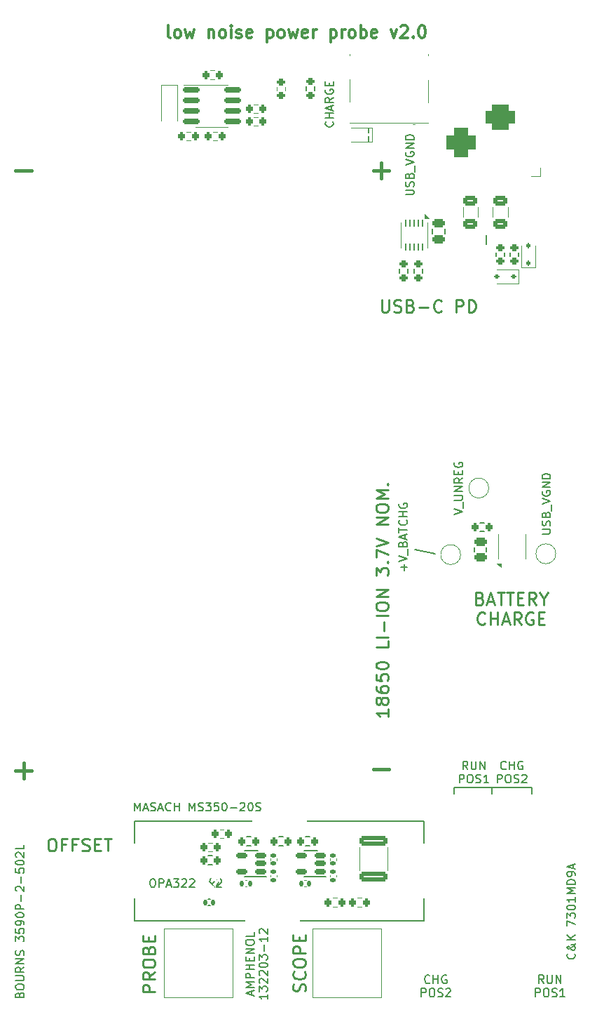
<source format=gbr>
%TF.GenerationSoftware,KiCad,Pcbnew,9.0.2+dfsg-1*%
%TF.CreationDate,2025-07-08T11:28:32+01:00*%
%TF.ProjectId,low-noise-power-probe-panel,6c6f772d-6e6f-4697-9365-2d706f776572,rev?*%
%TF.SameCoordinates,Original*%
%TF.FileFunction,Legend,Top*%
%TF.FilePolarity,Positive*%
%FSLAX46Y46*%
G04 Gerber Fmt 4.6, Leading zero omitted, Abs format (unit mm)*
G04 Created by KiCad (PCBNEW 9.0.2+dfsg-1) date 2025-07-08 11:28:32*
%MOMM*%
%LPD*%
G01*
G04 APERTURE LIST*
G04 Aperture macros list*
%AMRoundRect*
0 Rectangle with rounded corners*
0 $1 Rounding radius*
0 $2 $3 $4 $5 $6 $7 $8 $9 X,Y pos of 4 corners*
0 Add a 4 corners polygon primitive as box body*
4,1,4,$2,$3,$4,$5,$6,$7,$8,$9,$2,$3,0*
0 Add four circle primitives for the rounded corners*
1,1,$1+$1,$2,$3*
1,1,$1+$1,$4,$5*
1,1,$1+$1,$6,$7*
1,1,$1+$1,$8,$9*
0 Add four rect primitives between the rounded corners*
20,1,$1+$1,$2,$3,$4,$5,0*
20,1,$1+$1,$4,$5,$6,$7,0*
20,1,$1+$1,$6,$7,$8,$9,0*
20,1,$1+$1,$8,$9,$2,$3,0*%
%AMFreePoly0*
4,1,9,3.862500,-0.866500,0.737500,-0.866500,0.737500,-0.450000,-0.737500,-0.450000,-0.737500,0.450000,0.737500,0.450000,0.737500,0.866500,3.862500,0.866500,3.862500,-0.866500,3.862500,-0.866500,$1*%
G04 Aperture macros list end*
%ADD10C,0.150000*%
%ADD11C,0.200000*%
%ADD12C,0.250000*%
%ADD13C,0.300000*%
%ADD14C,0.400000*%
%ADD15C,0.120000*%
%ADD16C,3.000000*%
%ADD17O,3.000000X2.000000*%
%ADD18C,1.500000*%
%ADD19RoundRect,0.200000X-0.200000X-0.275000X0.200000X-0.275000X0.200000X0.275000X-0.200000X0.275000X0*%
%ADD20R,0.900000X6.700000*%
%ADD21RoundRect,0.200000X0.200000X0.275000X-0.200000X0.275000X-0.200000X-0.275000X0.200000X-0.275000X0*%
%ADD22R,0.600000X0.450000*%
%ADD23RoundRect,0.140000X0.140000X0.170000X-0.140000X0.170000X-0.140000X-0.170000X0.140000X-0.170000X0*%
%ADD24RoundRect,0.140000X-0.170000X0.140000X-0.170000X-0.140000X0.170000X-0.140000X0.170000X0.140000X0*%
%ADD25RoundRect,0.200000X-0.275000X0.200000X-0.275000X-0.200000X0.275000X-0.200000X0.275000X0.200000X0*%
%ADD26C,2.000000*%
%ADD27C,3.200000*%
%ADD28R,6.700000X0.900000*%
%ADD29RoundRect,0.250000X-1.450000X0.312500X-1.450000X-0.312500X1.450000X-0.312500X1.450000X0.312500X0*%
%ADD30RoundRect,0.150000X0.512500X0.150000X-0.512500X0.150000X-0.512500X-0.150000X0.512500X-0.150000X0*%
%ADD31C,2.250000*%
%ADD32RoundRect,0.112500X0.187500X0.112500X-0.187500X0.112500X-0.187500X-0.112500X0.187500X-0.112500X0*%
%ADD33RoundRect,0.250000X-0.475000X0.250000X-0.475000X-0.250000X0.475000X-0.250000X0.475000X0.250000X0*%
%ADD34C,1.000000*%
%ADD35R,0.300000X0.650000*%
%ADD36R,2.480000X1.550000*%
%ADD37R,0.300000X0.700000*%
%ADD38R,1.000000X0.700000*%
%ADD39O,1.100000X2.100000*%
%ADD40O,1.100000X2.600000*%
%ADD41RoundRect,0.200000X0.275000X-0.200000X0.275000X0.200000X-0.275000X0.200000X-0.275000X-0.200000X0*%
%ADD42R,0.900000X1.300000*%
%ADD43FreePoly0,270.000000*%
%ADD44R,3.500000X3.500000*%
%ADD45RoundRect,0.750000X-1.000000X0.750000X-1.000000X-0.750000X1.000000X-0.750000X1.000000X0.750000X0*%
%ADD46RoundRect,0.875000X-0.875000X0.875000X-0.875000X-0.875000X0.875000X-0.875000X0.875000X0.875000X0*%
%ADD47RoundRect,0.150000X-0.825000X-0.150000X0.825000X-0.150000X0.825000X0.150000X-0.825000X0.150000X0*%
%ADD48RoundRect,0.250000X0.475000X-0.250000X0.475000X0.250000X-0.475000X0.250000X-0.475000X-0.250000X0*%
%ADD49RoundRect,0.250000X-0.625000X0.375000X-0.625000X-0.375000X0.625000X-0.375000X0.625000X0.375000X0*%
%ADD50RoundRect,0.140000X-0.140000X-0.170000X0.140000X-0.170000X0.140000X0.170000X-0.140000X0.170000X0*%
%ADD51RoundRect,0.140000X0.170000X-0.140000X0.170000X0.140000X-0.170000X0.140000X-0.170000X-0.140000X0*%
%ADD52R,1.700000X1.300000*%
%ADD53C,3.500000*%
%ADD54C,4.000000*%
%ADD55C,3.700000*%
%ADD56RoundRect,0.112500X0.112500X-0.187500X0.112500X0.187500X-0.112500X0.187500X-0.112500X-0.187500X0*%
%ADD57RoundRect,0.062500X-0.062500X0.362500X-0.062500X-0.362500X0.062500X-0.362500X0.062500X0.362500X0*%
%ADD58R,2.380000X1.650000*%
%ADD59RoundRect,0.200000X0.138157X-0.310705X0.338157X0.035705X-0.138157X0.310705X-0.338157X-0.035705X0*%
G04 APERTURE END LIST*
D10*
X238400000Y-113575000D02*
X238400000Y-114375000D01*
X229000000Y-113575000D02*
X238400000Y-113575000D01*
X233600000Y-113575000D02*
X233600000Y-114375000D01*
D11*
X190400000Y-117675000D02*
X225400000Y-117675000D01*
X225400000Y-129675000D01*
X190400000Y-129675000D01*
X190400000Y-117675000D01*
D10*
X229000000Y-113575000D02*
X229000000Y-114375000D01*
X224300000Y-84900000D02*
X226700000Y-85400000D01*
D12*
X232150000Y-90762756D02*
X232364286Y-90834184D01*
X232364286Y-90834184D02*
X232435715Y-90905613D01*
X232435715Y-90905613D02*
X232507143Y-91048470D01*
X232507143Y-91048470D02*
X232507143Y-91262756D01*
X232507143Y-91262756D02*
X232435715Y-91405613D01*
X232435715Y-91405613D02*
X232364286Y-91477042D01*
X232364286Y-91477042D02*
X232221429Y-91548470D01*
X232221429Y-91548470D02*
X231650000Y-91548470D01*
X231650000Y-91548470D02*
X231650000Y-90048470D01*
X231650000Y-90048470D02*
X232150000Y-90048470D01*
X232150000Y-90048470D02*
X232292858Y-90119899D01*
X232292858Y-90119899D02*
X232364286Y-90191327D01*
X232364286Y-90191327D02*
X232435715Y-90334184D01*
X232435715Y-90334184D02*
X232435715Y-90477042D01*
X232435715Y-90477042D02*
X232364286Y-90619899D01*
X232364286Y-90619899D02*
X232292858Y-90691327D01*
X232292858Y-90691327D02*
X232150000Y-90762756D01*
X232150000Y-90762756D02*
X231650000Y-90762756D01*
X233078572Y-91119899D02*
X233792858Y-91119899D01*
X232935715Y-91548470D02*
X233435715Y-90048470D01*
X233435715Y-90048470D02*
X233935715Y-91548470D01*
X234221429Y-90048470D02*
X235078572Y-90048470D01*
X234650000Y-91548470D02*
X234650000Y-90048470D01*
X235364286Y-90048470D02*
X236221429Y-90048470D01*
X235792857Y-91548470D02*
X235792857Y-90048470D01*
X236721428Y-90762756D02*
X237221428Y-90762756D01*
X237435714Y-91548470D02*
X236721428Y-91548470D01*
X236721428Y-91548470D02*
X236721428Y-90048470D01*
X236721428Y-90048470D02*
X237435714Y-90048470D01*
X238935714Y-91548470D02*
X238435714Y-90834184D01*
X238078571Y-91548470D02*
X238078571Y-90048470D01*
X238078571Y-90048470D02*
X238650000Y-90048470D01*
X238650000Y-90048470D02*
X238792857Y-90119899D01*
X238792857Y-90119899D02*
X238864286Y-90191327D01*
X238864286Y-90191327D02*
X238935714Y-90334184D01*
X238935714Y-90334184D02*
X238935714Y-90548470D01*
X238935714Y-90548470D02*
X238864286Y-90691327D01*
X238864286Y-90691327D02*
X238792857Y-90762756D01*
X238792857Y-90762756D02*
X238650000Y-90834184D01*
X238650000Y-90834184D02*
X238078571Y-90834184D01*
X239864286Y-90834184D02*
X239864286Y-91548470D01*
X239364286Y-90048470D02*
X239864286Y-90834184D01*
X239864286Y-90834184D02*
X240364286Y-90048470D01*
X232757142Y-93820529D02*
X232685714Y-93891958D01*
X232685714Y-93891958D02*
X232471428Y-93963386D01*
X232471428Y-93963386D02*
X232328571Y-93963386D01*
X232328571Y-93963386D02*
X232114285Y-93891958D01*
X232114285Y-93891958D02*
X231971428Y-93749100D01*
X231971428Y-93749100D02*
X231899999Y-93606243D01*
X231899999Y-93606243D02*
X231828571Y-93320529D01*
X231828571Y-93320529D02*
X231828571Y-93106243D01*
X231828571Y-93106243D02*
X231899999Y-92820529D01*
X231899999Y-92820529D02*
X231971428Y-92677672D01*
X231971428Y-92677672D02*
X232114285Y-92534815D01*
X232114285Y-92534815D02*
X232328571Y-92463386D01*
X232328571Y-92463386D02*
X232471428Y-92463386D01*
X232471428Y-92463386D02*
X232685714Y-92534815D01*
X232685714Y-92534815D02*
X232757142Y-92606243D01*
X233399999Y-93963386D02*
X233399999Y-92463386D01*
X233399999Y-93177672D02*
X234257142Y-93177672D01*
X234257142Y-93963386D02*
X234257142Y-92463386D01*
X234900000Y-93534815D02*
X235614286Y-93534815D01*
X234757143Y-93963386D02*
X235257143Y-92463386D01*
X235257143Y-92463386D02*
X235757143Y-93963386D01*
X237114285Y-93963386D02*
X236614285Y-93249100D01*
X236257142Y-93963386D02*
X236257142Y-92463386D01*
X236257142Y-92463386D02*
X236828571Y-92463386D01*
X236828571Y-92463386D02*
X236971428Y-92534815D01*
X236971428Y-92534815D02*
X237042857Y-92606243D01*
X237042857Y-92606243D02*
X237114285Y-92749100D01*
X237114285Y-92749100D02*
X237114285Y-92963386D01*
X237114285Y-92963386D02*
X237042857Y-93106243D01*
X237042857Y-93106243D02*
X236971428Y-93177672D01*
X236971428Y-93177672D02*
X236828571Y-93249100D01*
X236828571Y-93249100D02*
X236257142Y-93249100D01*
X238542857Y-92534815D02*
X238400000Y-92463386D01*
X238400000Y-92463386D02*
X238185714Y-92463386D01*
X238185714Y-92463386D02*
X237971428Y-92534815D01*
X237971428Y-92534815D02*
X237828571Y-92677672D01*
X237828571Y-92677672D02*
X237757142Y-92820529D01*
X237757142Y-92820529D02*
X237685714Y-93106243D01*
X237685714Y-93106243D02*
X237685714Y-93320529D01*
X237685714Y-93320529D02*
X237757142Y-93606243D01*
X237757142Y-93606243D02*
X237828571Y-93749100D01*
X237828571Y-93749100D02*
X237971428Y-93891958D01*
X237971428Y-93891958D02*
X238185714Y-93963386D01*
X238185714Y-93963386D02*
X238328571Y-93963386D01*
X238328571Y-93963386D02*
X238542857Y-93891958D01*
X238542857Y-93891958D02*
X238614285Y-93820529D01*
X238614285Y-93820529D02*
X238614285Y-93320529D01*
X238614285Y-93320529D02*
X238328571Y-93320529D01*
X239257142Y-93177672D02*
X239757142Y-93177672D01*
X239971428Y-93963386D02*
X239257142Y-93963386D01*
X239257142Y-93963386D02*
X239257142Y-92463386D01*
X239257142Y-92463386D02*
X239971428Y-92463386D01*
X211009500Y-138167856D02*
X211080928Y-137953571D01*
X211080928Y-137953571D02*
X211080928Y-137596428D01*
X211080928Y-137596428D02*
X211009500Y-137453571D01*
X211009500Y-137453571D02*
X210938071Y-137382142D01*
X210938071Y-137382142D02*
X210795214Y-137310713D01*
X210795214Y-137310713D02*
X210652357Y-137310713D01*
X210652357Y-137310713D02*
X210509500Y-137382142D01*
X210509500Y-137382142D02*
X210438071Y-137453571D01*
X210438071Y-137453571D02*
X210366642Y-137596428D01*
X210366642Y-137596428D02*
X210295214Y-137882142D01*
X210295214Y-137882142D02*
X210223785Y-138024999D01*
X210223785Y-138024999D02*
X210152357Y-138096428D01*
X210152357Y-138096428D02*
X210009500Y-138167856D01*
X210009500Y-138167856D02*
X209866642Y-138167856D01*
X209866642Y-138167856D02*
X209723785Y-138096428D01*
X209723785Y-138096428D02*
X209652357Y-138024999D01*
X209652357Y-138024999D02*
X209580928Y-137882142D01*
X209580928Y-137882142D02*
X209580928Y-137524999D01*
X209580928Y-137524999D02*
X209652357Y-137310713D01*
X210938071Y-135810714D02*
X211009500Y-135882142D01*
X211009500Y-135882142D02*
X211080928Y-136096428D01*
X211080928Y-136096428D02*
X211080928Y-136239285D01*
X211080928Y-136239285D02*
X211009500Y-136453571D01*
X211009500Y-136453571D02*
X210866642Y-136596428D01*
X210866642Y-136596428D02*
X210723785Y-136667857D01*
X210723785Y-136667857D02*
X210438071Y-136739285D01*
X210438071Y-136739285D02*
X210223785Y-136739285D01*
X210223785Y-136739285D02*
X209938071Y-136667857D01*
X209938071Y-136667857D02*
X209795214Y-136596428D01*
X209795214Y-136596428D02*
X209652357Y-136453571D01*
X209652357Y-136453571D02*
X209580928Y-136239285D01*
X209580928Y-136239285D02*
X209580928Y-136096428D01*
X209580928Y-136096428D02*
X209652357Y-135882142D01*
X209652357Y-135882142D02*
X209723785Y-135810714D01*
X209580928Y-134882142D02*
X209580928Y-134596428D01*
X209580928Y-134596428D02*
X209652357Y-134453571D01*
X209652357Y-134453571D02*
X209795214Y-134310714D01*
X209795214Y-134310714D02*
X210080928Y-134239285D01*
X210080928Y-134239285D02*
X210580928Y-134239285D01*
X210580928Y-134239285D02*
X210866642Y-134310714D01*
X210866642Y-134310714D02*
X211009500Y-134453571D01*
X211009500Y-134453571D02*
X211080928Y-134596428D01*
X211080928Y-134596428D02*
X211080928Y-134882142D01*
X211080928Y-134882142D02*
X211009500Y-135025000D01*
X211009500Y-135025000D02*
X210866642Y-135167857D01*
X210866642Y-135167857D02*
X210580928Y-135239285D01*
X210580928Y-135239285D02*
X210080928Y-135239285D01*
X210080928Y-135239285D02*
X209795214Y-135167857D01*
X209795214Y-135167857D02*
X209652357Y-135025000D01*
X209652357Y-135025000D02*
X209580928Y-134882142D01*
X211080928Y-133596428D02*
X209580928Y-133596428D01*
X209580928Y-133596428D02*
X209580928Y-133024999D01*
X209580928Y-133024999D02*
X209652357Y-132882142D01*
X209652357Y-132882142D02*
X209723785Y-132810713D01*
X209723785Y-132810713D02*
X209866642Y-132739285D01*
X209866642Y-132739285D02*
X210080928Y-132739285D01*
X210080928Y-132739285D02*
X210223785Y-132810713D01*
X210223785Y-132810713D02*
X210295214Y-132882142D01*
X210295214Y-132882142D02*
X210366642Y-133024999D01*
X210366642Y-133024999D02*
X210366642Y-133596428D01*
X210295214Y-132096428D02*
X210295214Y-131596428D01*
X211080928Y-131382142D02*
X211080928Y-132096428D01*
X211080928Y-132096428D02*
X209580928Y-132096428D01*
X209580928Y-132096428D02*
X209580928Y-131382142D01*
D13*
X194714286Y-23178328D02*
X194571429Y-23106900D01*
X194571429Y-23106900D02*
X194500000Y-22964042D01*
X194500000Y-22964042D02*
X194500000Y-21678328D01*
X195500000Y-23178328D02*
X195357143Y-23106900D01*
X195357143Y-23106900D02*
X195285714Y-23035471D01*
X195285714Y-23035471D02*
X195214286Y-22892614D01*
X195214286Y-22892614D02*
X195214286Y-22464042D01*
X195214286Y-22464042D02*
X195285714Y-22321185D01*
X195285714Y-22321185D02*
X195357143Y-22249757D01*
X195357143Y-22249757D02*
X195500000Y-22178328D01*
X195500000Y-22178328D02*
X195714286Y-22178328D01*
X195714286Y-22178328D02*
X195857143Y-22249757D01*
X195857143Y-22249757D02*
X195928572Y-22321185D01*
X195928572Y-22321185D02*
X196000000Y-22464042D01*
X196000000Y-22464042D02*
X196000000Y-22892614D01*
X196000000Y-22892614D02*
X195928572Y-23035471D01*
X195928572Y-23035471D02*
X195857143Y-23106900D01*
X195857143Y-23106900D02*
X195714286Y-23178328D01*
X195714286Y-23178328D02*
X195500000Y-23178328D01*
X196500000Y-22178328D02*
X196785715Y-23178328D01*
X196785715Y-23178328D02*
X197071429Y-22464042D01*
X197071429Y-22464042D02*
X197357143Y-23178328D01*
X197357143Y-23178328D02*
X197642857Y-22178328D01*
X199357143Y-22178328D02*
X199357143Y-23178328D01*
X199357143Y-22321185D02*
X199428572Y-22249757D01*
X199428572Y-22249757D02*
X199571429Y-22178328D01*
X199571429Y-22178328D02*
X199785715Y-22178328D01*
X199785715Y-22178328D02*
X199928572Y-22249757D01*
X199928572Y-22249757D02*
X200000001Y-22392614D01*
X200000001Y-22392614D02*
X200000001Y-23178328D01*
X200928572Y-23178328D02*
X200785715Y-23106900D01*
X200785715Y-23106900D02*
X200714286Y-23035471D01*
X200714286Y-23035471D02*
X200642858Y-22892614D01*
X200642858Y-22892614D02*
X200642858Y-22464042D01*
X200642858Y-22464042D02*
X200714286Y-22321185D01*
X200714286Y-22321185D02*
X200785715Y-22249757D01*
X200785715Y-22249757D02*
X200928572Y-22178328D01*
X200928572Y-22178328D02*
X201142858Y-22178328D01*
X201142858Y-22178328D02*
X201285715Y-22249757D01*
X201285715Y-22249757D02*
X201357144Y-22321185D01*
X201357144Y-22321185D02*
X201428572Y-22464042D01*
X201428572Y-22464042D02*
X201428572Y-22892614D01*
X201428572Y-22892614D02*
X201357144Y-23035471D01*
X201357144Y-23035471D02*
X201285715Y-23106900D01*
X201285715Y-23106900D02*
X201142858Y-23178328D01*
X201142858Y-23178328D02*
X200928572Y-23178328D01*
X202071429Y-23178328D02*
X202071429Y-22178328D01*
X202071429Y-21678328D02*
X202000001Y-21749757D01*
X202000001Y-21749757D02*
X202071429Y-21821185D01*
X202071429Y-21821185D02*
X202142858Y-21749757D01*
X202142858Y-21749757D02*
X202071429Y-21678328D01*
X202071429Y-21678328D02*
X202071429Y-21821185D01*
X202714287Y-23106900D02*
X202857144Y-23178328D01*
X202857144Y-23178328D02*
X203142858Y-23178328D01*
X203142858Y-23178328D02*
X203285715Y-23106900D01*
X203285715Y-23106900D02*
X203357144Y-22964042D01*
X203357144Y-22964042D02*
X203357144Y-22892614D01*
X203357144Y-22892614D02*
X203285715Y-22749757D01*
X203285715Y-22749757D02*
X203142858Y-22678328D01*
X203142858Y-22678328D02*
X202928573Y-22678328D01*
X202928573Y-22678328D02*
X202785715Y-22606900D01*
X202785715Y-22606900D02*
X202714287Y-22464042D01*
X202714287Y-22464042D02*
X202714287Y-22392614D01*
X202714287Y-22392614D02*
X202785715Y-22249757D01*
X202785715Y-22249757D02*
X202928573Y-22178328D01*
X202928573Y-22178328D02*
X203142858Y-22178328D01*
X203142858Y-22178328D02*
X203285715Y-22249757D01*
X204571430Y-23106900D02*
X204428573Y-23178328D01*
X204428573Y-23178328D02*
X204142859Y-23178328D01*
X204142859Y-23178328D02*
X204000001Y-23106900D01*
X204000001Y-23106900D02*
X203928573Y-22964042D01*
X203928573Y-22964042D02*
X203928573Y-22392614D01*
X203928573Y-22392614D02*
X204000001Y-22249757D01*
X204000001Y-22249757D02*
X204142859Y-22178328D01*
X204142859Y-22178328D02*
X204428573Y-22178328D01*
X204428573Y-22178328D02*
X204571430Y-22249757D01*
X204571430Y-22249757D02*
X204642859Y-22392614D01*
X204642859Y-22392614D02*
X204642859Y-22535471D01*
X204642859Y-22535471D02*
X203928573Y-22678328D01*
X206428572Y-22178328D02*
X206428572Y-23678328D01*
X206428572Y-22249757D02*
X206571430Y-22178328D01*
X206571430Y-22178328D02*
X206857144Y-22178328D01*
X206857144Y-22178328D02*
X207000001Y-22249757D01*
X207000001Y-22249757D02*
X207071430Y-22321185D01*
X207071430Y-22321185D02*
X207142858Y-22464042D01*
X207142858Y-22464042D02*
X207142858Y-22892614D01*
X207142858Y-22892614D02*
X207071430Y-23035471D01*
X207071430Y-23035471D02*
X207000001Y-23106900D01*
X207000001Y-23106900D02*
X206857144Y-23178328D01*
X206857144Y-23178328D02*
X206571430Y-23178328D01*
X206571430Y-23178328D02*
X206428572Y-23106900D01*
X208000001Y-23178328D02*
X207857144Y-23106900D01*
X207857144Y-23106900D02*
X207785715Y-23035471D01*
X207785715Y-23035471D02*
X207714287Y-22892614D01*
X207714287Y-22892614D02*
X207714287Y-22464042D01*
X207714287Y-22464042D02*
X207785715Y-22321185D01*
X207785715Y-22321185D02*
X207857144Y-22249757D01*
X207857144Y-22249757D02*
X208000001Y-22178328D01*
X208000001Y-22178328D02*
X208214287Y-22178328D01*
X208214287Y-22178328D02*
X208357144Y-22249757D01*
X208357144Y-22249757D02*
X208428573Y-22321185D01*
X208428573Y-22321185D02*
X208500001Y-22464042D01*
X208500001Y-22464042D02*
X208500001Y-22892614D01*
X208500001Y-22892614D02*
X208428573Y-23035471D01*
X208428573Y-23035471D02*
X208357144Y-23106900D01*
X208357144Y-23106900D02*
X208214287Y-23178328D01*
X208214287Y-23178328D02*
X208000001Y-23178328D01*
X209000001Y-22178328D02*
X209285716Y-23178328D01*
X209285716Y-23178328D02*
X209571430Y-22464042D01*
X209571430Y-22464042D02*
X209857144Y-23178328D01*
X209857144Y-23178328D02*
X210142858Y-22178328D01*
X211285716Y-23106900D02*
X211142859Y-23178328D01*
X211142859Y-23178328D02*
X210857145Y-23178328D01*
X210857145Y-23178328D02*
X210714287Y-23106900D01*
X210714287Y-23106900D02*
X210642859Y-22964042D01*
X210642859Y-22964042D02*
X210642859Y-22392614D01*
X210642859Y-22392614D02*
X210714287Y-22249757D01*
X210714287Y-22249757D02*
X210857145Y-22178328D01*
X210857145Y-22178328D02*
X211142859Y-22178328D01*
X211142859Y-22178328D02*
X211285716Y-22249757D01*
X211285716Y-22249757D02*
X211357145Y-22392614D01*
X211357145Y-22392614D02*
X211357145Y-22535471D01*
X211357145Y-22535471D02*
X210642859Y-22678328D01*
X212000001Y-23178328D02*
X212000001Y-22178328D01*
X212000001Y-22464042D02*
X212071430Y-22321185D01*
X212071430Y-22321185D02*
X212142859Y-22249757D01*
X212142859Y-22249757D02*
X212285716Y-22178328D01*
X212285716Y-22178328D02*
X212428573Y-22178328D01*
X214071429Y-22178328D02*
X214071429Y-23678328D01*
X214071429Y-22249757D02*
X214214287Y-22178328D01*
X214214287Y-22178328D02*
X214500001Y-22178328D01*
X214500001Y-22178328D02*
X214642858Y-22249757D01*
X214642858Y-22249757D02*
X214714287Y-22321185D01*
X214714287Y-22321185D02*
X214785715Y-22464042D01*
X214785715Y-22464042D02*
X214785715Y-22892614D01*
X214785715Y-22892614D02*
X214714287Y-23035471D01*
X214714287Y-23035471D02*
X214642858Y-23106900D01*
X214642858Y-23106900D02*
X214500001Y-23178328D01*
X214500001Y-23178328D02*
X214214287Y-23178328D01*
X214214287Y-23178328D02*
X214071429Y-23106900D01*
X215428572Y-23178328D02*
X215428572Y-22178328D01*
X215428572Y-22464042D02*
X215500001Y-22321185D01*
X215500001Y-22321185D02*
X215571430Y-22249757D01*
X215571430Y-22249757D02*
X215714287Y-22178328D01*
X215714287Y-22178328D02*
X215857144Y-22178328D01*
X216571429Y-23178328D02*
X216428572Y-23106900D01*
X216428572Y-23106900D02*
X216357143Y-23035471D01*
X216357143Y-23035471D02*
X216285715Y-22892614D01*
X216285715Y-22892614D02*
X216285715Y-22464042D01*
X216285715Y-22464042D02*
X216357143Y-22321185D01*
X216357143Y-22321185D02*
X216428572Y-22249757D01*
X216428572Y-22249757D02*
X216571429Y-22178328D01*
X216571429Y-22178328D02*
X216785715Y-22178328D01*
X216785715Y-22178328D02*
X216928572Y-22249757D01*
X216928572Y-22249757D02*
X217000001Y-22321185D01*
X217000001Y-22321185D02*
X217071429Y-22464042D01*
X217071429Y-22464042D02*
X217071429Y-22892614D01*
X217071429Y-22892614D02*
X217000001Y-23035471D01*
X217000001Y-23035471D02*
X216928572Y-23106900D01*
X216928572Y-23106900D02*
X216785715Y-23178328D01*
X216785715Y-23178328D02*
X216571429Y-23178328D01*
X217714286Y-23178328D02*
X217714286Y-21678328D01*
X217714286Y-22249757D02*
X217857144Y-22178328D01*
X217857144Y-22178328D02*
X218142858Y-22178328D01*
X218142858Y-22178328D02*
X218285715Y-22249757D01*
X218285715Y-22249757D02*
X218357144Y-22321185D01*
X218357144Y-22321185D02*
X218428572Y-22464042D01*
X218428572Y-22464042D02*
X218428572Y-22892614D01*
X218428572Y-22892614D02*
X218357144Y-23035471D01*
X218357144Y-23035471D02*
X218285715Y-23106900D01*
X218285715Y-23106900D02*
X218142858Y-23178328D01*
X218142858Y-23178328D02*
X217857144Y-23178328D01*
X217857144Y-23178328D02*
X217714286Y-23106900D01*
X219642858Y-23106900D02*
X219500001Y-23178328D01*
X219500001Y-23178328D02*
X219214287Y-23178328D01*
X219214287Y-23178328D02*
X219071429Y-23106900D01*
X219071429Y-23106900D02*
X219000001Y-22964042D01*
X219000001Y-22964042D02*
X219000001Y-22392614D01*
X219000001Y-22392614D02*
X219071429Y-22249757D01*
X219071429Y-22249757D02*
X219214287Y-22178328D01*
X219214287Y-22178328D02*
X219500001Y-22178328D01*
X219500001Y-22178328D02*
X219642858Y-22249757D01*
X219642858Y-22249757D02*
X219714287Y-22392614D01*
X219714287Y-22392614D02*
X219714287Y-22535471D01*
X219714287Y-22535471D02*
X219000001Y-22678328D01*
X221357143Y-22178328D02*
X221714286Y-23178328D01*
X221714286Y-23178328D02*
X222071429Y-22178328D01*
X222571429Y-21821185D02*
X222642857Y-21749757D01*
X222642857Y-21749757D02*
X222785715Y-21678328D01*
X222785715Y-21678328D02*
X223142857Y-21678328D01*
X223142857Y-21678328D02*
X223285715Y-21749757D01*
X223285715Y-21749757D02*
X223357143Y-21821185D01*
X223357143Y-21821185D02*
X223428572Y-21964042D01*
X223428572Y-21964042D02*
X223428572Y-22106900D01*
X223428572Y-22106900D02*
X223357143Y-22321185D01*
X223357143Y-22321185D02*
X222500000Y-23178328D01*
X222500000Y-23178328D02*
X223428572Y-23178328D01*
X224071428Y-23035471D02*
X224142857Y-23106900D01*
X224142857Y-23106900D02*
X224071428Y-23178328D01*
X224071428Y-23178328D02*
X224000000Y-23106900D01*
X224000000Y-23106900D02*
X224071428Y-23035471D01*
X224071428Y-23035471D02*
X224071428Y-23178328D01*
X225071429Y-21678328D02*
X225214286Y-21678328D01*
X225214286Y-21678328D02*
X225357143Y-21749757D01*
X225357143Y-21749757D02*
X225428572Y-21821185D01*
X225428572Y-21821185D02*
X225500000Y-21964042D01*
X225500000Y-21964042D02*
X225571429Y-22249757D01*
X225571429Y-22249757D02*
X225571429Y-22606900D01*
X225571429Y-22606900D02*
X225500000Y-22892614D01*
X225500000Y-22892614D02*
X225428572Y-23035471D01*
X225428572Y-23035471D02*
X225357143Y-23106900D01*
X225357143Y-23106900D02*
X225214286Y-23178328D01*
X225214286Y-23178328D02*
X225071429Y-23178328D01*
X225071429Y-23178328D02*
X224928572Y-23106900D01*
X224928572Y-23106900D02*
X224857143Y-23035471D01*
X224857143Y-23035471D02*
X224785714Y-22892614D01*
X224785714Y-22892614D02*
X224714286Y-22606900D01*
X224714286Y-22606900D02*
X224714286Y-22249757D01*
X224714286Y-22249757D02*
X224785714Y-21964042D01*
X224785714Y-21964042D02*
X224857143Y-21821185D01*
X224857143Y-21821185D02*
X224928572Y-21749757D01*
X224928572Y-21749757D02*
X225071429Y-21678328D01*
D10*
X239861904Y-137224847D02*
X239528571Y-136748656D01*
X239290476Y-137224847D02*
X239290476Y-136224847D01*
X239290476Y-136224847D02*
X239671428Y-136224847D01*
X239671428Y-136224847D02*
X239766666Y-136272466D01*
X239766666Y-136272466D02*
X239814285Y-136320085D01*
X239814285Y-136320085D02*
X239861904Y-136415323D01*
X239861904Y-136415323D02*
X239861904Y-136558180D01*
X239861904Y-136558180D02*
X239814285Y-136653418D01*
X239814285Y-136653418D02*
X239766666Y-136701037D01*
X239766666Y-136701037D02*
X239671428Y-136748656D01*
X239671428Y-136748656D02*
X239290476Y-136748656D01*
X240290476Y-136224847D02*
X240290476Y-137034370D01*
X240290476Y-137034370D02*
X240338095Y-137129608D01*
X240338095Y-137129608D02*
X240385714Y-137177228D01*
X240385714Y-137177228D02*
X240480952Y-137224847D01*
X240480952Y-137224847D02*
X240671428Y-137224847D01*
X240671428Y-137224847D02*
X240766666Y-137177228D01*
X240766666Y-137177228D02*
X240814285Y-137129608D01*
X240814285Y-137129608D02*
X240861904Y-137034370D01*
X240861904Y-137034370D02*
X240861904Y-136224847D01*
X241338095Y-137224847D02*
X241338095Y-136224847D01*
X241338095Y-136224847D02*
X241909523Y-137224847D01*
X241909523Y-137224847D02*
X241909523Y-136224847D01*
X238861905Y-138834791D02*
X238861905Y-137834791D01*
X238861905Y-137834791D02*
X239242857Y-137834791D01*
X239242857Y-137834791D02*
X239338095Y-137882410D01*
X239338095Y-137882410D02*
X239385714Y-137930029D01*
X239385714Y-137930029D02*
X239433333Y-138025267D01*
X239433333Y-138025267D02*
X239433333Y-138168124D01*
X239433333Y-138168124D02*
X239385714Y-138263362D01*
X239385714Y-138263362D02*
X239338095Y-138310981D01*
X239338095Y-138310981D02*
X239242857Y-138358600D01*
X239242857Y-138358600D02*
X238861905Y-138358600D01*
X240052381Y-137834791D02*
X240242857Y-137834791D01*
X240242857Y-137834791D02*
X240338095Y-137882410D01*
X240338095Y-137882410D02*
X240433333Y-137977648D01*
X240433333Y-137977648D02*
X240480952Y-138168124D01*
X240480952Y-138168124D02*
X240480952Y-138501457D01*
X240480952Y-138501457D02*
X240433333Y-138691933D01*
X240433333Y-138691933D02*
X240338095Y-138787172D01*
X240338095Y-138787172D02*
X240242857Y-138834791D01*
X240242857Y-138834791D02*
X240052381Y-138834791D01*
X240052381Y-138834791D02*
X239957143Y-138787172D01*
X239957143Y-138787172D02*
X239861905Y-138691933D01*
X239861905Y-138691933D02*
X239814286Y-138501457D01*
X239814286Y-138501457D02*
X239814286Y-138168124D01*
X239814286Y-138168124D02*
X239861905Y-137977648D01*
X239861905Y-137977648D02*
X239957143Y-137882410D01*
X239957143Y-137882410D02*
X240052381Y-137834791D01*
X240861905Y-138787172D02*
X241004762Y-138834791D01*
X241004762Y-138834791D02*
X241242857Y-138834791D01*
X241242857Y-138834791D02*
X241338095Y-138787172D01*
X241338095Y-138787172D02*
X241385714Y-138739552D01*
X241385714Y-138739552D02*
X241433333Y-138644314D01*
X241433333Y-138644314D02*
X241433333Y-138549076D01*
X241433333Y-138549076D02*
X241385714Y-138453838D01*
X241385714Y-138453838D02*
X241338095Y-138406219D01*
X241338095Y-138406219D02*
X241242857Y-138358600D01*
X241242857Y-138358600D02*
X241052381Y-138310981D01*
X241052381Y-138310981D02*
X240957143Y-138263362D01*
X240957143Y-138263362D02*
X240909524Y-138215743D01*
X240909524Y-138215743D02*
X240861905Y-138120505D01*
X240861905Y-138120505D02*
X240861905Y-138025267D01*
X240861905Y-138025267D02*
X240909524Y-137930029D01*
X240909524Y-137930029D02*
X240957143Y-137882410D01*
X240957143Y-137882410D02*
X241052381Y-137834791D01*
X241052381Y-137834791D02*
X241290476Y-137834791D01*
X241290476Y-137834791D02*
X241433333Y-137882410D01*
X242385714Y-138834791D02*
X241814286Y-138834791D01*
X242100000Y-138834791D02*
X242100000Y-137834791D01*
X242100000Y-137834791D02*
X242004762Y-137977648D01*
X242004762Y-137977648D02*
X241909524Y-138072886D01*
X241909524Y-138072886D02*
X241814286Y-138120505D01*
X243559580Y-133646428D02*
X243607200Y-133694047D01*
X243607200Y-133694047D02*
X243654819Y-133836904D01*
X243654819Y-133836904D02*
X243654819Y-133932142D01*
X243654819Y-133932142D02*
X243607200Y-134074999D01*
X243607200Y-134074999D02*
X243511961Y-134170237D01*
X243511961Y-134170237D02*
X243416723Y-134217856D01*
X243416723Y-134217856D02*
X243226247Y-134265475D01*
X243226247Y-134265475D02*
X243083390Y-134265475D01*
X243083390Y-134265475D02*
X242892914Y-134217856D01*
X242892914Y-134217856D02*
X242797676Y-134170237D01*
X242797676Y-134170237D02*
X242702438Y-134074999D01*
X242702438Y-134074999D02*
X242654819Y-133932142D01*
X242654819Y-133932142D02*
X242654819Y-133836904D01*
X242654819Y-133836904D02*
X242702438Y-133694047D01*
X242702438Y-133694047D02*
X242750057Y-133646428D01*
X243654819Y-132408332D02*
X243654819Y-132455952D01*
X243654819Y-132455952D02*
X243607200Y-132551190D01*
X243607200Y-132551190D02*
X243464342Y-132694047D01*
X243464342Y-132694047D02*
X243178628Y-132932142D01*
X243178628Y-132932142D02*
X243035771Y-133027380D01*
X243035771Y-133027380D02*
X242892914Y-133074999D01*
X242892914Y-133074999D02*
X242797676Y-133074999D01*
X242797676Y-133074999D02*
X242702438Y-133027380D01*
X242702438Y-133027380D02*
X242654819Y-132932142D01*
X242654819Y-132932142D02*
X242654819Y-132884523D01*
X242654819Y-132884523D02*
X242702438Y-132789285D01*
X242702438Y-132789285D02*
X242797676Y-132741666D01*
X242797676Y-132741666D02*
X242845295Y-132741666D01*
X242845295Y-132741666D02*
X242940533Y-132789285D01*
X242940533Y-132789285D02*
X242988152Y-132836904D01*
X242988152Y-132836904D02*
X243178628Y-133122618D01*
X243178628Y-133122618D02*
X243226247Y-133170237D01*
X243226247Y-133170237D02*
X243321485Y-133217856D01*
X243321485Y-133217856D02*
X243464342Y-133217856D01*
X243464342Y-133217856D02*
X243559580Y-133170237D01*
X243559580Y-133170237D02*
X243607200Y-133122618D01*
X243607200Y-133122618D02*
X243654819Y-133027380D01*
X243654819Y-133027380D02*
X243654819Y-132884523D01*
X243654819Y-132884523D02*
X243607200Y-132789285D01*
X243607200Y-132789285D02*
X243559580Y-132741666D01*
X243559580Y-132741666D02*
X243369104Y-132598809D01*
X243369104Y-132598809D02*
X243226247Y-132551190D01*
X243226247Y-132551190D02*
X243131009Y-132551190D01*
X243654819Y-131979761D02*
X242654819Y-131979761D01*
X243654819Y-131408333D02*
X243083390Y-131836904D01*
X242654819Y-131408333D02*
X243226247Y-131979761D01*
X242654819Y-130313094D02*
X242654819Y-129646428D01*
X242654819Y-129646428D02*
X243654819Y-130074999D01*
X242654819Y-129360713D02*
X242654819Y-128741666D01*
X242654819Y-128741666D02*
X243035771Y-129074999D01*
X243035771Y-129074999D02*
X243035771Y-128932142D01*
X243035771Y-128932142D02*
X243083390Y-128836904D01*
X243083390Y-128836904D02*
X243131009Y-128789285D01*
X243131009Y-128789285D02*
X243226247Y-128741666D01*
X243226247Y-128741666D02*
X243464342Y-128741666D01*
X243464342Y-128741666D02*
X243559580Y-128789285D01*
X243559580Y-128789285D02*
X243607200Y-128836904D01*
X243607200Y-128836904D02*
X243654819Y-128932142D01*
X243654819Y-128932142D02*
X243654819Y-129217856D01*
X243654819Y-129217856D02*
X243607200Y-129313094D01*
X243607200Y-129313094D02*
X243559580Y-129360713D01*
X242654819Y-128122618D02*
X242654819Y-128027380D01*
X242654819Y-128027380D02*
X242702438Y-127932142D01*
X242702438Y-127932142D02*
X242750057Y-127884523D01*
X242750057Y-127884523D02*
X242845295Y-127836904D01*
X242845295Y-127836904D02*
X243035771Y-127789285D01*
X243035771Y-127789285D02*
X243273866Y-127789285D01*
X243273866Y-127789285D02*
X243464342Y-127836904D01*
X243464342Y-127836904D02*
X243559580Y-127884523D01*
X243559580Y-127884523D02*
X243607200Y-127932142D01*
X243607200Y-127932142D02*
X243654819Y-128027380D01*
X243654819Y-128027380D02*
X243654819Y-128122618D01*
X243654819Y-128122618D02*
X243607200Y-128217856D01*
X243607200Y-128217856D02*
X243559580Y-128265475D01*
X243559580Y-128265475D02*
X243464342Y-128313094D01*
X243464342Y-128313094D02*
X243273866Y-128360713D01*
X243273866Y-128360713D02*
X243035771Y-128360713D01*
X243035771Y-128360713D02*
X242845295Y-128313094D01*
X242845295Y-128313094D02*
X242750057Y-128265475D01*
X242750057Y-128265475D02*
X242702438Y-128217856D01*
X242702438Y-128217856D02*
X242654819Y-128122618D01*
X243654819Y-126836904D02*
X243654819Y-127408332D01*
X243654819Y-127122618D02*
X242654819Y-127122618D01*
X242654819Y-127122618D02*
X242797676Y-127217856D01*
X242797676Y-127217856D02*
X242892914Y-127313094D01*
X242892914Y-127313094D02*
X242940533Y-127408332D01*
X243654819Y-126408332D02*
X242654819Y-126408332D01*
X242654819Y-126408332D02*
X243369104Y-126074999D01*
X243369104Y-126074999D02*
X242654819Y-125741666D01*
X242654819Y-125741666D02*
X243654819Y-125741666D01*
X243654819Y-125265475D02*
X242654819Y-125265475D01*
X242654819Y-125265475D02*
X242654819Y-125027380D01*
X242654819Y-125027380D02*
X242702438Y-124884523D01*
X242702438Y-124884523D02*
X242797676Y-124789285D01*
X242797676Y-124789285D02*
X242892914Y-124741666D01*
X242892914Y-124741666D02*
X243083390Y-124694047D01*
X243083390Y-124694047D02*
X243226247Y-124694047D01*
X243226247Y-124694047D02*
X243416723Y-124741666D01*
X243416723Y-124741666D02*
X243511961Y-124789285D01*
X243511961Y-124789285D02*
X243607200Y-124884523D01*
X243607200Y-124884523D02*
X243654819Y-125027380D01*
X243654819Y-125027380D02*
X243654819Y-125265475D01*
X243654819Y-124217856D02*
X243654819Y-124027380D01*
X243654819Y-124027380D02*
X243607200Y-123932142D01*
X243607200Y-123932142D02*
X243559580Y-123884523D01*
X243559580Y-123884523D02*
X243416723Y-123789285D01*
X243416723Y-123789285D02*
X243226247Y-123741666D01*
X243226247Y-123741666D02*
X242845295Y-123741666D01*
X242845295Y-123741666D02*
X242750057Y-123789285D01*
X242750057Y-123789285D02*
X242702438Y-123836904D01*
X242702438Y-123836904D02*
X242654819Y-123932142D01*
X242654819Y-123932142D02*
X242654819Y-124122618D01*
X242654819Y-124122618D02*
X242702438Y-124217856D01*
X242702438Y-124217856D02*
X242750057Y-124265475D01*
X242750057Y-124265475D02*
X242845295Y-124313094D01*
X242845295Y-124313094D02*
X243083390Y-124313094D01*
X243083390Y-124313094D02*
X243178628Y-124265475D01*
X243178628Y-124265475D02*
X243226247Y-124217856D01*
X243226247Y-124217856D02*
X243273866Y-124122618D01*
X243273866Y-124122618D02*
X243273866Y-123932142D01*
X243273866Y-123932142D02*
X243226247Y-123836904D01*
X243226247Y-123836904D02*
X243178628Y-123789285D01*
X243178628Y-123789285D02*
X243083390Y-123741666D01*
X243369104Y-123360713D02*
X243369104Y-122884523D01*
X243654819Y-123455951D02*
X242654819Y-123122618D01*
X242654819Y-123122618D02*
X243654819Y-122789285D01*
D12*
X192880928Y-138232143D02*
X191380928Y-138232143D01*
X191380928Y-138232143D02*
X191380928Y-137660714D01*
X191380928Y-137660714D02*
X191452357Y-137517857D01*
X191452357Y-137517857D02*
X191523785Y-137446428D01*
X191523785Y-137446428D02*
X191666642Y-137375000D01*
X191666642Y-137375000D02*
X191880928Y-137375000D01*
X191880928Y-137375000D02*
X192023785Y-137446428D01*
X192023785Y-137446428D02*
X192095214Y-137517857D01*
X192095214Y-137517857D02*
X192166642Y-137660714D01*
X192166642Y-137660714D02*
X192166642Y-138232143D01*
X192880928Y-135875000D02*
X192166642Y-136375000D01*
X192880928Y-136732143D02*
X191380928Y-136732143D01*
X191380928Y-136732143D02*
X191380928Y-136160714D01*
X191380928Y-136160714D02*
X191452357Y-136017857D01*
X191452357Y-136017857D02*
X191523785Y-135946428D01*
X191523785Y-135946428D02*
X191666642Y-135875000D01*
X191666642Y-135875000D02*
X191880928Y-135875000D01*
X191880928Y-135875000D02*
X192023785Y-135946428D01*
X192023785Y-135946428D02*
X192095214Y-136017857D01*
X192095214Y-136017857D02*
X192166642Y-136160714D01*
X192166642Y-136160714D02*
X192166642Y-136732143D01*
X191380928Y-134946428D02*
X191380928Y-134660714D01*
X191380928Y-134660714D02*
X191452357Y-134517857D01*
X191452357Y-134517857D02*
X191595214Y-134375000D01*
X191595214Y-134375000D02*
X191880928Y-134303571D01*
X191880928Y-134303571D02*
X192380928Y-134303571D01*
X192380928Y-134303571D02*
X192666642Y-134375000D01*
X192666642Y-134375000D02*
X192809500Y-134517857D01*
X192809500Y-134517857D02*
X192880928Y-134660714D01*
X192880928Y-134660714D02*
X192880928Y-134946428D01*
X192880928Y-134946428D02*
X192809500Y-135089286D01*
X192809500Y-135089286D02*
X192666642Y-135232143D01*
X192666642Y-135232143D02*
X192380928Y-135303571D01*
X192380928Y-135303571D02*
X191880928Y-135303571D01*
X191880928Y-135303571D02*
X191595214Y-135232143D01*
X191595214Y-135232143D02*
X191452357Y-135089286D01*
X191452357Y-135089286D02*
X191380928Y-134946428D01*
X192095214Y-133160714D02*
X192166642Y-132946428D01*
X192166642Y-132946428D02*
X192238071Y-132874999D01*
X192238071Y-132874999D02*
X192380928Y-132803571D01*
X192380928Y-132803571D02*
X192595214Y-132803571D01*
X192595214Y-132803571D02*
X192738071Y-132874999D01*
X192738071Y-132874999D02*
X192809500Y-132946428D01*
X192809500Y-132946428D02*
X192880928Y-133089285D01*
X192880928Y-133089285D02*
X192880928Y-133660714D01*
X192880928Y-133660714D02*
X191380928Y-133660714D01*
X191380928Y-133660714D02*
X191380928Y-133160714D01*
X191380928Y-133160714D02*
X191452357Y-133017857D01*
X191452357Y-133017857D02*
X191523785Y-132946428D01*
X191523785Y-132946428D02*
X191666642Y-132874999D01*
X191666642Y-132874999D02*
X191809500Y-132874999D01*
X191809500Y-132874999D02*
X191952357Y-132946428D01*
X191952357Y-132946428D02*
X192023785Y-133017857D01*
X192023785Y-133017857D02*
X192095214Y-133160714D01*
X192095214Y-133160714D02*
X192095214Y-133660714D01*
X192095214Y-132160714D02*
X192095214Y-131660714D01*
X192880928Y-131446428D02*
X192880928Y-132160714D01*
X192880928Y-132160714D02*
X191380928Y-132160714D01*
X191380928Y-132160714D02*
X191380928Y-131446428D01*
D10*
X204564132Y-138613094D02*
X204564132Y-138136904D01*
X204849847Y-138708332D02*
X203849847Y-138374999D01*
X203849847Y-138374999D02*
X204849847Y-138041666D01*
X204849847Y-137708332D02*
X203849847Y-137708332D01*
X203849847Y-137708332D02*
X204564132Y-137374999D01*
X204564132Y-137374999D02*
X203849847Y-137041666D01*
X203849847Y-137041666D02*
X204849847Y-137041666D01*
X204849847Y-136565475D02*
X203849847Y-136565475D01*
X203849847Y-136565475D02*
X203849847Y-136184523D01*
X203849847Y-136184523D02*
X203897466Y-136089285D01*
X203897466Y-136089285D02*
X203945085Y-136041666D01*
X203945085Y-136041666D02*
X204040323Y-135994047D01*
X204040323Y-135994047D02*
X204183180Y-135994047D01*
X204183180Y-135994047D02*
X204278418Y-136041666D01*
X204278418Y-136041666D02*
X204326037Y-136089285D01*
X204326037Y-136089285D02*
X204373656Y-136184523D01*
X204373656Y-136184523D02*
X204373656Y-136565475D01*
X204849847Y-135565475D02*
X203849847Y-135565475D01*
X204326037Y-135565475D02*
X204326037Y-134994047D01*
X204849847Y-134994047D02*
X203849847Y-134994047D01*
X204326037Y-134517856D02*
X204326037Y-134184523D01*
X204849847Y-134041666D02*
X204849847Y-134517856D01*
X204849847Y-134517856D02*
X203849847Y-134517856D01*
X203849847Y-134517856D02*
X203849847Y-134041666D01*
X204849847Y-133613094D02*
X203849847Y-133613094D01*
X203849847Y-133613094D02*
X204849847Y-133041666D01*
X204849847Y-133041666D02*
X203849847Y-133041666D01*
X203849847Y-132374999D02*
X203849847Y-132184523D01*
X203849847Y-132184523D02*
X203897466Y-132089285D01*
X203897466Y-132089285D02*
X203992704Y-131994047D01*
X203992704Y-131994047D02*
X204183180Y-131946428D01*
X204183180Y-131946428D02*
X204516513Y-131946428D01*
X204516513Y-131946428D02*
X204706989Y-131994047D01*
X204706989Y-131994047D02*
X204802228Y-132089285D01*
X204802228Y-132089285D02*
X204849847Y-132184523D01*
X204849847Y-132184523D02*
X204849847Y-132374999D01*
X204849847Y-132374999D02*
X204802228Y-132470237D01*
X204802228Y-132470237D02*
X204706989Y-132565475D01*
X204706989Y-132565475D02*
X204516513Y-132613094D01*
X204516513Y-132613094D02*
X204183180Y-132613094D01*
X204183180Y-132613094D02*
X203992704Y-132565475D01*
X203992704Y-132565475D02*
X203897466Y-132470237D01*
X203897466Y-132470237D02*
X203849847Y-132374999D01*
X204849847Y-131041666D02*
X204849847Y-131517856D01*
X204849847Y-131517856D02*
X203849847Y-131517856D01*
X206459791Y-138541666D02*
X206459791Y-139113094D01*
X206459791Y-138827380D02*
X205459791Y-138827380D01*
X205459791Y-138827380D02*
X205602648Y-138922618D01*
X205602648Y-138922618D02*
X205697886Y-139017856D01*
X205697886Y-139017856D02*
X205745505Y-139113094D01*
X205459791Y-138208332D02*
X205459791Y-137589285D01*
X205459791Y-137589285D02*
X205840743Y-137922618D01*
X205840743Y-137922618D02*
X205840743Y-137779761D01*
X205840743Y-137779761D02*
X205888362Y-137684523D01*
X205888362Y-137684523D02*
X205935981Y-137636904D01*
X205935981Y-137636904D02*
X206031219Y-137589285D01*
X206031219Y-137589285D02*
X206269314Y-137589285D01*
X206269314Y-137589285D02*
X206364552Y-137636904D01*
X206364552Y-137636904D02*
X206412172Y-137684523D01*
X206412172Y-137684523D02*
X206459791Y-137779761D01*
X206459791Y-137779761D02*
X206459791Y-138065475D01*
X206459791Y-138065475D02*
X206412172Y-138160713D01*
X206412172Y-138160713D02*
X206364552Y-138208332D01*
X205555029Y-137208332D02*
X205507410Y-137160713D01*
X205507410Y-137160713D02*
X205459791Y-137065475D01*
X205459791Y-137065475D02*
X205459791Y-136827380D01*
X205459791Y-136827380D02*
X205507410Y-136732142D01*
X205507410Y-136732142D02*
X205555029Y-136684523D01*
X205555029Y-136684523D02*
X205650267Y-136636904D01*
X205650267Y-136636904D02*
X205745505Y-136636904D01*
X205745505Y-136636904D02*
X205888362Y-136684523D01*
X205888362Y-136684523D02*
X206459791Y-137255951D01*
X206459791Y-137255951D02*
X206459791Y-136636904D01*
X205555029Y-136255951D02*
X205507410Y-136208332D01*
X205507410Y-136208332D02*
X205459791Y-136113094D01*
X205459791Y-136113094D02*
X205459791Y-135874999D01*
X205459791Y-135874999D02*
X205507410Y-135779761D01*
X205507410Y-135779761D02*
X205555029Y-135732142D01*
X205555029Y-135732142D02*
X205650267Y-135684523D01*
X205650267Y-135684523D02*
X205745505Y-135684523D01*
X205745505Y-135684523D02*
X205888362Y-135732142D01*
X205888362Y-135732142D02*
X206459791Y-136303570D01*
X206459791Y-136303570D02*
X206459791Y-135684523D01*
X205459791Y-135065475D02*
X205459791Y-134970237D01*
X205459791Y-134970237D02*
X205507410Y-134874999D01*
X205507410Y-134874999D02*
X205555029Y-134827380D01*
X205555029Y-134827380D02*
X205650267Y-134779761D01*
X205650267Y-134779761D02*
X205840743Y-134732142D01*
X205840743Y-134732142D02*
X206078838Y-134732142D01*
X206078838Y-134732142D02*
X206269314Y-134779761D01*
X206269314Y-134779761D02*
X206364552Y-134827380D01*
X206364552Y-134827380D02*
X206412172Y-134874999D01*
X206412172Y-134874999D02*
X206459791Y-134970237D01*
X206459791Y-134970237D02*
X206459791Y-135065475D01*
X206459791Y-135065475D02*
X206412172Y-135160713D01*
X206412172Y-135160713D02*
X206364552Y-135208332D01*
X206364552Y-135208332D02*
X206269314Y-135255951D01*
X206269314Y-135255951D02*
X206078838Y-135303570D01*
X206078838Y-135303570D02*
X205840743Y-135303570D01*
X205840743Y-135303570D02*
X205650267Y-135255951D01*
X205650267Y-135255951D02*
X205555029Y-135208332D01*
X205555029Y-135208332D02*
X205507410Y-135160713D01*
X205507410Y-135160713D02*
X205459791Y-135065475D01*
X205459791Y-134398808D02*
X205459791Y-133779761D01*
X205459791Y-133779761D02*
X205840743Y-134113094D01*
X205840743Y-134113094D02*
X205840743Y-133970237D01*
X205840743Y-133970237D02*
X205888362Y-133874999D01*
X205888362Y-133874999D02*
X205935981Y-133827380D01*
X205935981Y-133827380D02*
X206031219Y-133779761D01*
X206031219Y-133779761D02*
X206269314Y-133779761D01*
X206269314Y-133779761D02*
X206364552Y-133827380D01*
X206364552Y-133827380D02*
X206412172Y-133874999D01*
X206412172Y-133874999D02*
X206459791Y-133970237D01*
X206459791Y-133970237D02*
X206459791Y-134255951D01*
X206459791Y-134255951D02*
X206412172Y-134351189D01*
X206412172Y-134351189D02*
X206364552Y-134398808D01*
X206078838Y-133351189D02*
X206078838Y-132589285D01*
X206459791Y-131589285D02*
X206459791Y-132160713D01*
X206459791Y-131874999D02*
X205459791Y-131874999D01*
X205459791Y-131874999D02*
X205602648Y-131970237D01*
X205602648Y-131970237D02*
X205697886Y-132065475D01*
X205697886Y-132065475D02*
X205745505Y-132160713D01*
X205555029Y-131208332D02*
X205507410Y-131160713D01*
X205507410Y-131160713D02*
X205459791Y-131065475D01*
X205459791Y-131065475D02*
X205459791Y-130827380D01*
X205459791Y-130827380D02*
X205507410Y-130732142D01*
X205507410Y-130732142D02*
X205555029Y-130684523D01*
X205555029Y-130684523D02*
X205650267Y-130636904D01*
X205650267Y-130636904D02*
X205745505Y-130636904D01*
X205745505Y-130636904D02*
X205888362Y-130684523D01*
X205888362Y-130684523D02*
X206459791Y-131255951D01*
X206459791Y-131255951D02*
X206459791Y-130636904D01*
X230661904Y-111424847D02*
X230328571Y-110948656D01*
X230090476Y-111424847D02*
X230090476Y-110424847D01*
X230090476Y-110424847D02*
X230471428Y-110424847D01*
X230471428Y-110424847D02*
X230566666Y-110472466D01*
X230566666Y-110472466D02*
X230614285Y-110520085D01*
X230614285Y-110520085D02*
X230661904Y-110615323D01*
X230661904Y-110615323D02*
X230661904Y-110758180D01*
X230661904Y-110758180D02*
X230614285Y-110853418D01*
X230614285Y-110853418D02*
X230566666Y-110901037D01*
X230566666Y-110901037D02*
X230471428Y-110948656D01*
X230471428Y-110948656D02*
X230090476Y-110948656D01*
X231090476Y-110424847D02*
X231090476Y-111234370D01*
X231090476Y-111234370D02*
X231138095Y-111329608D01*
X231138095Y-111329608D02*
X231185714Y-111377228D01*
X231185714Y-111377228D02*
X231280952Y-111424847D01*
X231280952Y-111424847D02*
X231471428Y-111424847D01*
X231471428Y-111424847D02*
X231566666Y-111377228D01*
X231566666Y-111377228D02*
X231614285Y-111329608D01*
X231614285Y-111329608D02*
X231661904Y-111234370D01*
X231661904Y-111234370D02*
X231661904Y-110424847D01*
X232138095Y-111424847D02*
X232138095Y-110424847D01*
X232138095Y-110424847D02*
X232709523Y-111424847D01*
X232709523Y-111424847D02*
X232709523Y-110424847D01*
X229661905Y-113034791D02*
X229661905Y-112034791D01*
X229661905Y-112034791D02*
X230042857Y-112034791D01*
X230042857Y-112034791D02*
X230138095Y-112082410D01*
X230138095Y-112082410D02*
X230185714Y-112130029D01*
X230185714Y-112130029D02*
X230233333Y-112225267D01*
X230233333Y-112225267D02*
X230233333Y-112368124D01*
X230233333Y-112368124D02*
X230185714Y-112463362D01*
X230185714Y-112463362D02*
X230138095Y-112510981D01*
X230138095Y-112510981D02*
X230042857Y-112558600D01*
X230042857Y-112558600D02*
X229661905Y-112558600D01*
X230852381Y-112034791D02*
X231042857Y-112034791D01*
X231042857Y-112034791D02*
X231138095Y-112082410D01*
X231138095Y-112082410D02*
X231233333Y-112177648D01*
X231233333Y-112177648D02*
X231280952Y-112368124D01*
X231280952Y-112368124D02*
X231280952Y-112701457D01*
X231280952Y-112701457D02*
X231233333Y-112891933D01*
X231233333Y-112891933D02*
X231138095Y-112987172D01*
X231138095Y-112987172D02*
X231042857Y-113034791D01*
X231042857Y-113034791D02*
X230852381Y-113034791D01*
X230852381Y-113034791D02*
X230757143Y-112987172D01*
X230757143Y-112987172D02*
X230661905Y-112891933D01*
X230661905Y-112891933D02*
X230614286Y-112701457D01*
X230614286Y-112701457D02*
X230614286Y-112368124D01*
X230614286Y-112368124D02*
X230661905Y-112177648D01*
X230661905Y-112177648D02*
X230757143Y-112082410D01*
X230757143Y-112082410D02*
X230852381Y-112034791D01*
X231661905Y-112987172D02*
X231804762Y-113034791D01*
X231804762Y-113034791D02*
X232042857Y-113034791D01*
X232042857Y-113034791D02*
X232138095Y-112987172D01*
X232138095Y-112987172D02*
X232185714Y-112939552D01*
X232185714Y-112939552D02*
X232233333Y-112844314D01*
X232233333Y-112844314D02*
X232233333Y-112749076D01*
X232233333Y-112749076D02*
X232185714Y-112653838D01*
X232185714Y-112653838D02*
X232138095Y-112606219D01*
X232138095Y-112606219D02*
X232042857Y-112558600D01*
X232042857Y-112558600D02*
X231852381Y-112510981D01*
X231852381Y-112510981D02*
X231757143Y-112463362D01*
X231757143Y-112463362D02*
X231709524Y-112415743D01*
X231709524Y-112415743D02*
X231661905Y-112320505D01*
X231661905Y-112320505D02*
X231661905Y-112225267D01*
X231661905Y-112225267D02*
X231709524Y-112130029D01*
X231709524Y-112130029D02*
X231757143Y-112082410D01*
X231757143Y-112082410D02*
X231852381Y-112034791D01*
X231852381Y-112034791D02*
X232090476Y-112034791D01*
X232090476Y-112034791D02*
X232233333Y-112082410D01*
X233185714Y-113034791D02*
X232614286Y-113034791D01*
X232900000Y-113034791D02*
X232900000Y-112034791D01*
X232900000Y-112034791D02*
X232804762Y-112177648D01*
X232804762Y-112177648D02*
X232709524Y-112272886D01*
X232709524Y-112272886D02*
X232614286Y-112320505D01*
X192504761Y-124629819D02*
X192695237Y-124629819D01*
X192695237Y-124629819D02*
X192790475Y-124677438D01*
X192790475Y-124677438D02*
X192885713Y-124772676D01*
X192885713Y-124772676D02*
X192933332Y-124963152D01*
X192933332Y-124963152D02*
X192933332Y-125296485D01*
X192933332Y-125296485D02*
X192885713Y-125486961D01*
X192885713Y-125486961D02*
X192790475Y-125582200D01*
X192790475Y-125582200D02*
X192695237Y-125629819D01*
X192695237Y-125629819D02*
X192504761Y-125629819D01*
X192504761Y-125629819D02*
X192409523Y-125582200D01*
X192409523Y-125582200D02*
X192314285Y-125486961D01*
X192314285Y-125486961D02*
X192266666Y-125296485D01*
X192266666Y-125296485D02*
X192266666Y-124963152D01*
X192266666Y-124963152D02*
X192314285Y-124772676D01*
X192314285Y-124772676D02*
X192409523Y-124677438D01*
X192409523Y-124677438D02*
X192504761Y-124629819D01*
X193361904Y-125629819D02*
X193361904Y-124629819D01*
X193361904Y-124629819D02*
X193742856Y-124629819D01*
X193742856Y-124629819D02*
X193838094Y-124677438D01*
X193838094Y-124677438D02*
X193885713Y-124725057D01*
X193885713Y-124725057D02*
X193933332Y-124820295D01*
X193933332Y-124820295D02*
X193933332Y-124963152D01*
X193933332Y-124963152D02*
X193885713Y-125058390D01*
X193885713Y-125058390D02*
X193838094Y-125106009D01*
X193838094Y-125106009D02*
X193742856Y-125153628D01*
X193742856Y-125153628D02*
X193361904Y-125153628D01*
X194314285Y-125344104D02*
X194790475Y-125344104D01*
X194219047Y-125629819D02*
X194552380Y-124629819D01*
X194552380Y-124629819D02*
X194885713Y-125629819D01*
X195123809Y-124629819D02*
X195742856Y-124629819D01*
X195742856Y-124629819D02*
X195409523Y-125010771D01*
X195409523Y-125010771D02*
X195552380Y-125010771D01*
X195552380Y-125010771D02*
X195647618Y-125058390D01*
X195647618Y-125058390D02*
X195695237Y-125106009D01*
X195695237Y-125106009D02*
X195742856Y-125201247D01*
X195742856Y-125201247D02*
X195742856Y-125439342D01*
X195742856Y-125439342D02*
X195695237Y-125534580D01*
X195695237Y-125534580D02*
X195647618Y-125582200D01*
X195647618Y-125582200D02*
X195552380Y-125629819D01*
X195552380Y-125629819D02*
X195266666Y-125629819D01*
X195266666Y-125629819D02*
X195171428Y-125582200D01*
X195171428Y-125582200D02*
X195123809Y-125534580D01*
X196123809Y-124725057D02*
X196171428Y-124677438D01*
X196171428Y-124677438D02*
X196266666Y-124629819D01*
X196266666Y-124629819D02*
X196504761Y-124629819D01*
X196504761Y-124629819D02*
X196599999Y-124677438D01*
X196599999Y-124677438D02*
X196647618Y-124725057D01*
X196647618Y-124725057D02*
X196695237Y-124820295D01*
X196695237Y-124820295D02*
X196695237Y-124915533D01*
X196695237Y-124915533D02*
X196647618Y-125058390D01*
X196647618Y-125058390D02*
X196076190Y-125629819D01*
X196076190Y-125629819D02*
X196695237Y-125629819D01*
X197076190Y-124725057D02*
X197123809Y-124677438D01*
X197123809Y-124677438D02*
X197219047Y-124629819D01*
X197219047Y-124629819D02*
X197457142Y-124629819D01*
X197457142Y-124629819D02*
X197552380Y-124677438D01*
X197552380Y-124677438D02*
X197599999Y-124725057D01*
X197599999Y-124725057D02*
X197647618Y-124820295D01*
X197647618Y-124820295D02*
X197647618Y-124915533D01*
X197647618Y-124915533D02*
X197599999Y-125058390D01*
X197599999Y-125058390D02*
X197028571Y-125629819D01*
X197028571Y-125629819D02*
X197647618Y-125629819D01*
X199504762Y-125629819D02*
X200028571Y-124963152D01*
X199504762Y-124963152D02*
X200028571Y-125629819D01*
X200361905Y-124725057D02*
X200409524Y-124677438D01*
X200409524Y-124677438D02*
X200504762Y-124629819D01*
X200504762Y-124629819D02*
X200742857Y-124629819D01*
X200742857Y-124629819D02*
X200838095Y-124677438D01*
X200838095Y-124677438D02*
X200885714Y-124725057D01*
X200885714Y-124725057D02*
X200933333Y-124820295D01*
X200933333Y-124820295D02*
X200933333Y-124915533D01*
X200933333Y-124915533D02*
X200885714Y-125058390D01*
X200885714Y-125058390D02*
X200314286Y-125629819D01*
X200314286Y-125629819D02*
X200933333Y-125629819D01*
D14*
X219247619Y-39158366D02*
X221152381Y-39158366D01*
X220200000Y-40110747D02*
X220200000Y-38205985D01*
D10*
X190404762Y-116429819D02*
X190404762Y-115429819D01*
X190404762Y-115429819D02*
X190738095Y-116144104D01*
X190738095Y-116144104D02*
X191071428Y-115429819D01*
X191071428Y-115429819D02*
X191071428Y-116429819D01*
X191500000Y-116144104D02*
X191976190Y-116144104D01*
X191404762Y-116429819D02*
X191738095Y-115429819D01*
X191738095Y-115429819D02*
X192071428Y-116429819D01*
X192357143Y-116382200D02*
X192500000Y-116429819D01*
X192500000Y-116429819D02*
X192738095Y-116429819D01*
X192738095Y-116429819D02*
X192833333Y-116382200D01*
X192833333Y-116382200D02*
X192880952Y-116334580D01*
X192880952Y-116334580D02*
X192928571Y-116239342D01*
X192928571Y-116239342D02*
X192928571Y-116144104D01*
X192928571Y-116144104D02*
X192880952Y-116048866D01*
X192880952Y-116048866D02*
X192833333Y-116001247D01*
X192833333Y-116001247D02*
X192738095Y-115953628D01*
X192738095Y-115953628D02*
X192547619Y-115906009D01*
X192547619Y-115906009D02*
X192452381Y-115858390D01*
X192452381Y-115858390D02*
X192404762Y-115810771D01*
X192404762Y-115810771D02*
X192357143Y-115715533D01*
X192357143Y-115715533D02*
X192357143Y-115620295D01*
X192357143Y-115620295D02*
X192404762Y-115525057D01*
X192404762Y-115525057D02*
X192452381Y-115477438D01*
X192452381Y-115477438D02*
X192547619Y-115429819D01*
X192547619Y-115429819D02*
X192785714Y-115429819D01*
X192785714Y-115429819D02*
X192928571Y-115477438D01*
X193309524Y-116144104D02*
X193785714Y-116144104D01*
X193214286Y-116429819D02*
X193547619Y-115429819D01*
X193547619Y-115429819D02*
X193880952Y-116429819D01*
X194785714Y-116334580D02*
X194738095Y-116382200D01*
X194738095Y-116382200D02*
X194595238Y-116429819D01*
X194595238Y-116429819D02*
X194500000Y-116429819D01*
X194500000Y-116429819D02*
X194357143Y-116382200D01*
X194357143Y-116382200D02*
X194261905Y-116286961D01*
X194261905Y-116286961D02*
X194214286Y-116191723D01*
X194214286Y-116191723D02*
X194166667Y-116001247D01*
X194166667Y-116001247D02*
X194166667Y-115858390D01*
X194166667Y-115858390D02*
X194214286Y-115667914D01*
X194214286Y-115667914D02*
X194261905Y-115572676D01*
X194261905Y-115572676D02*
X194357143Y-115477438D01*
X194357143Y-115477438D02*
X194500000Y-115429819D01*
X194500000Y-115429819D02*
X194595238Y-115429819D01*
X194595238Y-115429819D02*
X194738095Y-115477438D01*
X194738095Y-115477438D02*
X194785714Y-115525057D01*
X195214286Y-116429819D02*
X195214286Y-115429819D01*
X195214286Y-115906009D02*
X195785714Y-115906009D01*
X195785714Y-116429819D02*
X195785714Y-115429819D01*
X197023810Y-116429819D02*
X197023810Y-115429819D01*
X197023810Y-115429819D02*
X197357143Y-116144104D01*
X197357143Y-116144104D02*
X197690476Y-115429819D01*
X197690476Y-115429819D02*
X197690476Y-116429819D01*
X198119048Y-116382200D02*
X198261905Y-116429819D01*
X198261905Y-116429819D02*
X198500000Y-116429819D01*
X198500000Y-116429819D02*
X198595238Y-116382200D01*
X198595238Y-116382200D02*
X198642857Y-116334580D01*
X198642857Y-116334580D02*
X198690476Y-116239342D01*
X198690476Y-116239342D02*
X198690476Y-116144104D01*
X198690476Y-116144104D02*
X198642857Y-116048866D01*
X198642857Y-116048866D02*
X198595238Y-116001247D01*
X198595238Y-116001247D02*
X198500000Y-115953628D01*
X198500000Y-115953628D02*
X198309524Y-115906009D01*
X198309524Y-115906009D02*
X198214286Y-115858390D01*
X198214286Y-115858390D02*
X198166667Y-115810771D01*
X198166667Y-115810771D02*
X198119048Y-115715533D01*
X198119048Y-115715533D02*
X198119048Y-115620295D01*
X198119048Y-115620295D02*
X198166667Y-115525057D01*
X198166667Y-115525057D02*
X198214286Y-115477438D01*
X198214286Y-115477438D02*
X198309524Y-115429819D01*
X198309524Y-115429819D02*
X198547619Y-115429819D01*
X198547619Y-115429819D02*
X198690476Y-115477438D01*
X199023810Y-115429819D02*
X199642857Y-115429819D01*
X199642857Y-115429819D02*
X199309524Y-115810771D01*
X199309524Y-115810771D02*
X199452381Y-115810771D01*
X199452381Y-115810771D02*
X199547619Y-115858390D01*
X199547619Y-115858390D02*
X199595238Y-115906009D01*
X199595238Y-115906009D02*
X199642857Y-116001247D01*
X199642857Y-116001247D02*
X199642857Y-116239342D01*
X199642857Y-116239342D02*
X199595238Y-116334580D01*
X199595238Y-116334580D02*
X199547619Y-116382200D01*
X199547619Y-116382200D02*
X199452381Y-116429819D01*
X199452381Y-116429819D02*
X199166667Y-116429819D01*
X199166667Y-116429819D02*
X199071429Y-116382200D01*
X199071429Y-116382200D02*
X199023810Y-116334580D01*
X200547619Y-115429819D02*
X200071429Y-115429819D01*
X200071429Y-115429819D02*
X200023810Y-115906009D01*
X200023810Y-115906009D02*
X200071429Y-115858390D01*
X200071429Y-115858390D02*
X200166667Y-115810771D01*
X200166667Y-115810771D02*
X200404762Y-115810771D01*
X200404762Y-115810771D02*
X200500000Y-115858390D01*
X200500000Y-115858390D02*
X200547619Y-115906009D01*
X200547619Y-115906009D02*
X200595238Y-116001247D01*
X200595238Y-116001247D02*
X200595238Y-116239342D01*
X200595238Y-116239342D02*
X200547619Y-116334580D01*
X200547619Y-116334580D02*
X200500000Y-116382200D01*
X200500000Y-116382200D02*
X200404762Y-116429819D01*
X200404762Y-116429819D02*
X200166667Y-116429819D01*
X200166667Y-116429819D02*
X200071429Y-116382200D01*
X200071429Y-116382200D02*
X200023810Y-116334580D01*
X201214286Y-115429819D02*
X201309524Y-115429819D01*
X201309524Y-115429819D02*
X201404762Y-115477438D01*
X201404762Y-115477438D02*
X201452381Y-115525057D01*
X201452381Y-115525057D02*
X201500000Y-115620295D01*
X201500000Y-115620295D02*
X201547619Y-115810771D01*
X201547619Y-115810771D02*
X201547619Y-116048866D01*
X201547619Y-116048866D02*
X201500000Y-116239342D01*
X201500000Y-116239342D02*
X201452381Y-116334580D01*
X201452381Y-116334580D02*
X201404762Y-116382200D01*
X201404762Y-116382200D02*
X201309524Y-116429819D01*
X201309524Y-116429819D02*
X201214286Y-116429819D01*
X201214286Y-116429819D02*
X201119048Y-116382200D01*
X201119048Y-116382200D02*
X201071429Y-116334580D01*
X201071429Y-116334580D02*
X201023810Y-116239342D01*
X201023810Y-116239342D02*
X200976191Y-116048866D01*
X200976191Y-116048866D02*
X200976191Y-115810771D01*
X200976191Y-115810771D02*
X201023810Y-115620295D01*
X201023810Y-115620295D02*
X201071429Y-115525057D01*
X201071429Y-115525057D02*
X201119048Y-115477438D01*
X201119048Y-115477438D02*
X201214286Y-115429819D01*
X201976191Y-116048866D02*
X202738096Y-116048866D01*
X203166667Y-115525057D02*
X203214286Y-115477438D01*
X203214286Y-115477438D02*
X203309524Y-115429819D01*
X203309524Y-115429819D02*
X203547619Y-115429819D01*
X203547619Y-115429819D02*
X203642857Y-115477438D01*
X203642857Y-115477438D02*
X203690476Y-115525057D01*
X203690476Y-115525057D02*
X203738095Y-115620295D01*
X203738095Y-115620295D02*
X203738095Y-115715533D01*
X203738095Y-115715533D02*
X203690476Y-115858390D01*
X203690476Y-115858390D02*
X203119048Y-116429819D01*
X203119048Y-116429819D02*
X203738095Y-116429819D01*
X204357143Y-115429819D02*
X204452381Y-115429819D01*
X204452381Y-115429819D02*
X204547619Y-115477438D01*
X204547619Y-115477438D02*
X204595238Y-115525057D01*
X204595238Y-115525057D02*
X204642857Y-115620295D01*
X204642857Y-115620295D02*
X204690476Y-115810771D01*
X204690476Y-115810771D02*
X204690476Y-116048866D01*
X204690476Y-116048866D02*
X204642857Y-116239342D01*
X204642857Y-116239342D02*
X204595238Y-116334580D01*
X204595238Y-116334580D02*
X204547619Y-116382200D01*
X204547619Y-116382200D02*
X204452381Y-116429819D01*
X204452381Y-116429819D02*
X204357143Y-116429819D01*
X204357143Y-116429819D02*
X204261905Y-116382200D01*
X204261905Y-116382200D02*
X204214286Y-116334580D01*
X204214286Y-116334580D02*
X204166667Y-116239342D01*
X204166667Y-116239342D02*
X204119048Y-116048866D01*
X204119048Y-116048866D02*
X204119048Y-115810771D01*
X204119048Y-115810771D02*
X204166667Y-115620295D01*
X204166667Y-115620295D02*
X204214286Y-115525057D01*
X204214286Y-115525057D02*
X204261905Y-115477438D01*
X204261905Y-115477438D02*
X204357143Y-115429819D01*
X205071429Y-116382200D02*
X205214286Y-116429819D01*
X205214286Y-116429819D02*
X205452381Y-116429819D01*
X205452381Y-116429819D02*
X205547619Y-116382200D01*
X205547619Y-116382200D02*
X205595238Y-116334580D01*
X205595238Y-116334580D02*
X205642857Y-116239342D01*
X205642857Y-116239342D02*
X205642857Y-116144104D01*
X205642857Y-116144104D02*
X205595238Y-116048866D01*
X205595238Y-116048866D02*
X205547619Y-116001247D01*
X205547619Y-116001247D02*
X205452381Y-115953628D01*
X205452381Y-115953628D02*
X205261905Y-115906009D01*
X205261905Y-115906009D02*
X205166667Y-115858390D01*
X205166667Y-115858390D02*
X205119048Y-115810771D01*
X205119048Y-115810771D02*
X205071429Y-115715533D01*
X205071429Y-115715533D02*
X205071429Y-115620295D01*
X205071429Y-115620295D02*
X205119048Y-115525057D01*
X205119048Y-115525057D02*
X205166667Y-115477438D01*
X205166667Y-115477438D02*
X205261905Y-115429819D01*
X205261905Y-115429819D02*
X205500000Y-115429819D01*
X205500000Y-115429819D02*
X205642857Y-115477438D01*
D12*
X180307143Y-119755928D02*
X180592857Y-119755928D01*
X180592857Y-119755928D02*
X180735714Y-119827357D01*
X180735714Y-119827357D02*
X180878571Y-119970214D01*
X180878571Y-119970214D02*
X180950000Y-120255928D01*
X180950000Y-120255928D02*
X180950000Y-120755928D01*
X180950000Y-120755928D02*
X180878571Y-121041642D01*
X180878571Y-121041642D02*
X180735714Y-121184500D01*
X180735714Y-121184500D02*
X180592857Y-121255928D01*
X180592857Y-121255928D02*
X180307143Y-121255928D01*
X180307143Y-121255928D02*
X180164286Y-121184500D01*
X180164286Y-121184500D02*
X180021428Y-121041642D01*
X180021428Y-121041642D02*
X179950000Y-120755928D01*
X179950000Y-120755928D02*
X179950000Y-120255928D01*
X179950000Y-120255928D02*
X180021428Y-119970214D01*
X180021428Y-119970214D02*
X180164286Y-119827357D01*
X180164286Y-119827357D02*
X180307143Y-119755928D01*
X182092857Y-120470214D02*
X181592857Y-120470214D01*
X181592857Y-121255928D02*
X181592857Y-119755928D01*
X181592857Y-119755928D02*
X182307143Y-119755928D01*
X183378571Y-120470214D02*
X182878571Y-120470214D01*
X182878571Y-121255928D02*
X182878571Y-119755928D01*
X182878571Y-119755928D02*
X183592857Y-119755928D01*
X184092857Y-121184500D02*
X184307143Y-121255928D01*
X184307143Y-121255928D02*
X184664285Y-121255928D01*
X184664285Y-121255928D02*
X184807143Y-121184500D01*
X184807143Y-121184500D02*
X184878571Y-121113071D01*
X184878571Y-121113071D02*
X184950000Y-120970214D01*
X184950000Y-120970214D02*
X184950000Y-120827357D01*
X184950000Y-120827357D02*
X184878571Y-120684500D01*
X184878571Y-120684500D02*
X184807143Y-120613071D01*
X184807143Y-120613071D02*
X184664285Y-120541642D01*
X184664285Y-120541642D02*
X184378571Y-120470214D01*
X184378571Y-120470214D02*
X184235714Y-120398785D01*
X184235714Y-120398785D02*
X184164285Y-120327357D01*
X184164285Y-120327357D02*
X184092857Y-120184500D01*
X184092857Y-120184500D02*
X184092857Y-120041642D01*
X184092857Y-120041642D02*
X184164285Y-119898785D01*
X184164285Y-119898785D02*
X184235714Y-119827357D01*
X184235714Y-119827357D02*
X184378571Y-119755928D01*
X184378571Y-119755928D02*
X184735714Y-119755928D01*
X184735714Y-119755928D02*
X184950000Y-119827357D01*
X185592856Y-120470214D02*
X186092856Y-120470214D01*
X186307142Y-121255928D02*
X185592856Y-121255928D01*
X185592856Y-121255928D02*
X185592856Y-119755928D01*
X185592856Y-119755928D02*
X186307142Y-119755928D01*
X186735714Y-119755928D02*
X187592857Y-119755928D01*
X187164285Y-121255928D02*
X187164285Y-119755928D01*
D10*
X214359580Y-33270238D02*
X214407200Y-33317857D01*
X214407200Y-33317857D02*
X214454819Y-33460714D01*
X214454819Y-33460714D02*
X214454819Y-33555952D01*
X214454819Y-33555952D02*
X214407200Y-33698809D01*
X214407200Y-33698809D02*
X214311961Y-33794047D01*
X214311961Y-33794047D02*
X214216723Y-33841666D01*
X214216723Y-33841666D02*
X214026247Y-33889285D01*
X214026247Y-33889285D02*
X213883390Y-33889285D01*
X213883390Y-33889285D02*
X213692914Y-33841666D01*
X213692914Y-33841666D02*
X213597676Y-33794047D01*
X213597676Y-33794047D02*
X213502438Y-33698809D01*
X213502438Y-33698809D02*
X213454819Y-33555952D01*
X213454819Y-33555952D02*
X213454819Y-33460714D01*
X213454819Y-33460714D02*
X213502438Y-33317857D01*
X213502438Y-33317857D02*
X213550057Y-33270238D01*
X214454819Y-32841666D02*
X213454819Y-32841666D01*
X213931009Y-32841666D02*
X213931009Y-32270238D01*
X214454819Y-32270238D02*
X213454819Y-32270238D01*
X214169104Y-31841666D02*
X214169104Y-31365476D01*
X214454819Y-31936904D02*
X213454819Y-31603571D01*
X213454819Y-31603571D02*
X214454819Y-31270238D01*
X214454819Y-30365476D02*
X213978628Y-30698809D01*
X214454819Y-30936904D02*
X213454819Y-30936904D01*
X213454819Y-30936904D02*
X213454819Y-30555952D01*
X213454819Y-30555952D02*
X213502438Y-30460714D01*
X213502438Y-30460714D02*
X213550057Y-30413095D01*
X213550057Y-30413095D02*
X213645295Y-30365476D01*
X213645295Y-30365476D02*
X213788152Y-30365476D01*
X213788152Y-30365476D02*
X213883390Y-30413095D01*
X213883390Y-30413095D02*
X213931009Y-30460714D01*
X213931009Y-30460714D02*
X213978628Y-30555952D01*
X213978628Y-30555952D02*
X213978628Y-30936904D01*
X213502438Y-29413095D02*
X213454819Y-29508333D01*
X213454819Y-29508333D02*
X213454819Y-29651190D01*
X213454819Y-29651190D02*
X213502438Y-29794047D01*
X213502438Y-29794047D02*
X213597676Y-29889285D01*
X213597676Y-29889285D02*
X213692914Y-29936904D01*
X213692914Y-29936904D02*
X213883390Y-29984523D01*
X213883390Y-29984523D02*
X214026247Y-29984523D01*
X214026247Y-29984523D02*
X214216723Y-29936904D01*
X214216723Y-29936904D02*
X214311961Y-29889285D01*
X214311961Y-29889285D02*
X214407200Y-29794047D01*
X214407200Y-29794047D02*
X214454819Y-29651190D01*
X214454819Y-29651190D02*
X214454819Y-29555952D01*
X214454819Y-29555952D02*
X214407200Y-29413095D01*
X214407200Y-29413095D02*
X214359580Y-29365476D01*
X214359580Y-29365476D02*
X214026247Y-29365476D01*
X214026247Y-29365476D02*
X214026247Y-29555952D01*
X213931009Y-28936904D02*
X213931009Y-28603571D01*
X214454819Y-28460714D02*
X214454819Y-28936904D01*
X214454819Y-28936904D02*
X213454819Y-28936904D01*
X213454819Y-28936904D02*
X213454819Y-28460714D01*
X239654819Y-82995237D02*
X240464342Y-82995237D01*
X240464342Y-82995237D02*
X240559580Y-82947618D01*
X240559580Y-82947618D02*
X240607200Y-82899999D01*
X240607200Y-82899999D02*
X240654819Y-82804761D01*
X240654819Y-82804761D02*
X240654819Y-82614285D01*
X240654819Y-82614285D02*
X240607200Y-82519047D01*
X240607200Y-82519047D02*
X240559580Y-82471428D01*
X240559580Y-82471428D02*
X240464342Y-82423809D01*
X240464342Y-82423809D02*
X239654819Y-82423809D01*
X240607200Y-81995237D02*
X240654819Y-81852380D01*
X240654819Y-81852380D02*
X240654819Y-81614285D01*
X240654819Y-81614285D02*
X240607200Y-81519047D01*
X240607200Y-81519047D02*
X240559580Y-81471428D01*
X240559580Y-81471428D02*
X240464342Y-81423809D01*
X240464342Y-81423809D02*
X240369104Y-81423809D01*
X240369104Y-81423809D02*
X240273866Y-81471428D01*
X240273866Y-81471428D02*
X240226247Y-81519047D01*
X240226247Y-81519047D02*
X240178628Y-81614285D01*
X240178628Y-81614285D02*
X240131009Y-81804761D01*
X240131009Y-81804761D02*
X240083390Y-81899999D01*
X240083390Y-81899999D02*
X240035771Y-81947618D01*
X240035771Y-81947618D02*
X239940533Y-81995237D01*
X239940533Y-81995237D02*
X239845295Y-81995237D01*
X239845295Y-81995237D02*
X239750057Y-81947618D01*
X239750057Y-81947618D02*
X239702438Y-81899999D01*
X239702438Y-81899999D02*
X239654819Y-81804761D01*
X239654819Y-81804761D02*
X239654819Y-81566666D01*
X239654819Y-81566666D02*
X239702438Y-81423809D01*
X240131009Y-80661904D02*
X240178628Y-80519047D01*
X240178628Y-80519047D02*
X240226247Y-80471428D01*
X240226247Y-80471428D02*
X240321485Y-80423809D01*
X240321485Y-80423809D02*
X240464342Y-80423809D01*
X240464342Y-80423809D02*
X240559580Y-80471428D01*
X240559580Y-80471428D02*
X240607200Y-80519047D01*
X240607200Y-80519047D02*
X240654819Y-80614285D01*
X240654819Y-80614285D02*
X240654819Y-80995237D01*
X240654819Y-80995237D02*
X239654819Y-80995237D01*
X239654819Y-80995237D02*
X239654819Y-80661904D01*
X239654819Y-80661904D02*
X239702438Y-80566666D01*
X239702438Y-80566666D02*
X239750057Y-80519047D01*
X239750057Y-80519047D02*
X239845295Y-80471428D01*
X239845295Y-80471428D02*
X239940533Y-80471428D01*
X239940533Y-80471428D02*
X240035771Y-80519047D01*
X240035771Y-80519047D02*
X240083390Y-80566666D01*
X240083390Y-80566666D02*
X240131009Y-80661904D01*
X240131009Y-80661904D02*
X240131009Y-80995237D01*
X240750057Y-80233333D02*
X240750057Y-79471428D01*
X239654819Y-79376189D02*
X240654819Y-79042856D01*
X240654819Y-79042856D02*
X239654819Y-78709523D01*
X239702438Y-77852380D02*
X239654819Y-77947618D01*
X239654819Y-77947618D02*
X239654819Y-78090475D01*
X239654819Y-78090475D02*
X239702438Y-78233332D01*
X239702438Y-78233332D02*
X239797676Y-78328570D01*
X239797676Y-78328570D02*
X239892914Y-78376189D01*
X239892914Y-78376189D02*
X240083390Y-78423808D01*
X240083390Y-78423808D02*
X240226247Y-78423808D01*
X240226247Y-78423808D02*
X240416723Y-78376189D01*
X240416723Y-78376189D02*
X240511961Y-78328570D01*
X240511961Y-78328570D02*
X240607200Y-78233332D01*
X240607200Y-78233332D02*
X240654819Y-78090475D01*
X240654819Y-78090475D02*
X240654819Y-77995237D01*
X240654819Y-77995237D02*
X240607200Y-77852380D01*
X240607200Y-77852380D02*
X240559580Y-77804761D01*
X240559580Y-77804761D02*
X240226247Y-77804761D01*
X240226247Y-77804761D02*
X240226247Y-77995237D01*
X240654819Y-77376189D02*
X239654819Y-77376189D01*
X239654819Y-77376189D02*
X240654819Y-76804761D01*
X240654819Y-76804761D02*
X239654819Y-76804761D01*
X240654819Y-76328570D02*
X239654819Y-76328570D01*
X239654819Y-76328570D02*
X239654819Y-76090475D01*
X239654819Y-76090475D02*
X239702438Y-75947618D01*
X239702438Y-75947618D02*
X239797676Y-75852380D01*
X239797676Y-75852380D02*
X239892914Y-75804761D01*
X239892914Y-75804761D02*
X240083390Y-75757142D01*
X240083390Y-75757142D02*
X240226247Y-75757142D01*
X240226247Y-75757142D02*
X240416723Y-75804761D01*
X240416723Y-75804761D02*
X240511961Y-75852380D01*
X240511961Y-75852380D02*
X240607200Y-75947618D01*
X240607200Y-75947618D02*
X240654819Y-76090475D01*
X240654819Y-76090475D02*
X240654819Y-76328570D01*
X226085714Y-137129608D02*
X226038095Y-137177228D01*
X226038095Y-137177228D02*
X225895238Y-137224847D01*
X225895238Y-137224847D02*
X225800000Y-137224847D01*
X225800000Y-137224847D02*
X225657143Y-137177228D01*
X225657143Y-137177228D02*
X225561905Y-137081989D01*
X225561905Y-137081989D02*
X225514286Y-136986751D01*
X225514286Y-136986751D02*
X225466667Y-136796275D01*
X225466667Y-136796275D02*
X225466667Y-136653418D01*
X225466667Y-136653418D02*
X225514286Y-136462942D01*
X225514286Y-136462942D02*
X225561905Y-136367704D01*
X225561905Y-136367704D02*
X225657143Y-136272466D01*
X225657143Y-136272466D02*
X225800000Y-136224847D01*
X225800000Y-136224847D02*
X225895238Y-136224847D01*
X225895238Y-136224847D02*
X226038095Y-136272466D01*
X226038095Y-136272466D02*
X226085714Y-136320085D01*
X226514286Y-137224847D02*
X226514286Y-136224847D01*
X226514286Y-136701037D02*
X227085714Y-136701037D01*
X227085714Y-137224847D02*
X227085714Y-136224847D01*
X228085714Y-136272466D02*
X227990476Y-136224847D01*
X227990476Y-136224847D02*
X227847619Y-136224847D01*
X227847619Y-136224847D02*
X227704762Y-136272466D01*
X227704762Y-136272466D02*
X227609524Y-136367704D01*
X227609524Y-136367704D02*
X227561905Y-136462942D01*
X227561905Y-136462942D02*
X227514286Y-136653418D01*
X227514286Y-136653418D02*
X227514286Y-136796275D01*
X227514286Y-136796275D02*
X227561905Y-136986751D01*
X227561905Y-136986751D02*
X227609524Y-137081989D01*
X227609524Y-137081989D02*
X227704762Y-137177228D01*
X227704762Y-137177228D02*
X227847619Y-137224847D01*
X227847619Y-137224847D02*
X227942857Y-137224847D01*
X227942857Y-137224847D02*
X228085714Y-137177228D01*
X228085714Y-137177228D02*
X228133333Y-137129608D01*
X228133333Y-137129608D02*
X228133333Y-136796275D01*
X228133333Y-136796275D02*
X227942857Y-136796275D01*
X225061905Y-138834791D02*
X225061905Y-137834791D01*
X225061905Y-137834791D02*
X225442857Y-137834791D01*
X225442857Y-137834791D02*
X225538095Y-137882410D01*
X225538095Y-137882410D02*
X225585714Y-137930029D01*
X225585714Y-137930029D02*
X225633333Y-138025267D01*
X225633333Y-138025267D02*
X225633333Y-138168124D01*
X225633333Y-138168124D02*
X225585714Y-138263362D01*
X225585714Y-138263362D02*
X225538095Y-138310981D01*
X225538095Y-138310981D02*
X225442857Y-138358600D01*
X225442857Y-138358600D02*
X225061905Y-138358600D01*
X226252381Y-137834791D02*
X226442857Y-137834791D01*
X226442857Y-137834791D02*
X226538095Y-137882410D01*
X226538095Y-137882410D02*
X226633333Y-137977648D01*
X226633333Y-137977648D02*
X226680952Y-138168124D01*
X226680952Y-138168124D02*
X226680952Y-138501457D01*
X226680952Y-138501457D02*
X226633333Y-138691933D01*
X226633333Y-138691933D02*
X226538095Y-138787172D01*
X226538095Y-138787172D02*
X226442857Y-138834791D01*
X226442857Y-138834791D02*
X226252381Y-138834791D01*
X226252381Y-138834791D02*
X226157143Y-138787172D01*
X226157143Y-138787172D02*
X226061905Y-138691933D01*
X226061905Y-138691933D02*
X226014286Y-138501457D01*
X226014286Y-138501457D02*
X226014286Y-138168124D01*
X226014286Y-138168124D02*
X226061905Y-137977648D01*
X226061905Y-137977648D02*
X226157143Y-137882410D01*
X226157143Y-137882410D02*
X226252381Y-137834791D01*
X227061905Y-138787172D02*
X227204762Y-138834791D01*
X227204762Y-138834791D02*
X227442857Y-138834791D01*
X227442857Y-138834791D02*
X227538095Y-138787172D01*
X227538095Y-138787172D02*
X227585714Y-138739552D01*
X227585714Y-138739552D02*
X227633333Y-138644314D01*
X227633333Y-138644314D02*
X227633333Y-138549076D01*
X227633333Y-138549076D02*
X227585714Y-138453838D01*
X227585714Y-138453838D02*
X227538095Y-138406219D01*
X227538095Y-138406219D02*
X227442857Y-138358600D01*
X227442857Y-138358600D02*
X227252381Y-138310981D01*
X227252381Y-138310981D02*
X227157143Y-138263362D01*
X227157143Y-138263362D02*
X227109524Y-138215743D01*
X227109524Y-138215743D02*
X227061905Y-138120505D01*
X227061905Y-138120505D02*
X227061905Y-138025267D01*
X227061905Y-138025267D02*
X227109524Y-137930029D01*
X227109524Y-137930029D02*
X227157143Y-137882410D01*
X227157143Y-137882410D02*
X227252381Y-137834791D01*
X227252381Y-137834791D02*
X227490476Y-137834791D01*
X227490476Y-137834791D02*
X227633333Y-137882410D01*
X228014286Y-137930029D02*
X228061905Y-137882410D01*
X228061905Y-137882410D02*
X228157143Y-137834791D01*
X228157143Y-137834791D02*
X228395238Y-137834791D01*
X228395238Y-137834791D02*
X228490476Y-137882410D01*
X228490476Y-137882410D02*
X228538095Y-137930029D01*
X228538095Y-137930029D02*
X228585714Y-138025267D01*
X228585714Y-138025267D02*
X228585714Y-138120505D01*
X228585714Y-138120505D02*
X228538095Y-138263362D01*
X228538095Y-138263362D02*
X227966667Y-138834791D01*
X227966667Y-138834791D02*
X228585714Y-138834791D01*
X176531009Y-138609523D02*
X176578628Y-138466666D01*
X176578628Y-138466666D02*
X176626247Y-138419047D01*
X176626247Y-138419047D02*
X176721485Y-138371428D01*
X176721485Y-138371428D02*
X176864342Y-138371428D01*
X176864342Y-138371428D02*
X176959580Y-138419047D01*
X176959580Y-138419047D02*
X177007200Y-138466666D01*
X177007200Y-138466666D02*
X177054819Y-138561904D01*
X177054819Y-138561904D02*
X177054819Y-138942856D01*
X177054819Y-138942856D02*
X176054819Y-138942856D01*
X176054819Y-138942856D02*
X176054819Y-138609523D01*
X176054819Y-138609523D02*
X176102438Y-138514285D01*
X176102438Y-138514285D02*
X176150057Y-138466666D01*
X176150057Y-138466666D02*
X176245295Y-138419047D01*
X176245295Y-138419047D02*
X176340533Y-138419047D01*
X176340533Y-138419047D02*
X176435771Y-138466666D01*
X176435771Y-138466666D02*
X176483390Y-138514285D01*
X176483390Y-138514285D02*
X176531009Y-138609523D01*
X176531009Y-138609523D02*
X176531009Y-138942856D01*
X176054819Y-137752380D02*
X176054819Y-137561904D01*
X176054819Y-137561904D02*
X176102438Y-137466666D01*
X176102438Y-137466666D02*
X176197676Y-137371428D01*
X176197676Y-137371428D02*
X176388152Y-137323809D01*
X176388152Y-137323809D02*
X176721485Y-137323809D01*
X176721485Y-137323809D02*
X176911961Y-137371428D01*
X176911961Y-137371428D02*
X177007200Y-137466666D01*
X177007200Y-137466666D02*
X177054819Y-137561904D01*
X177054819Y-137561904D02*
X177054819Y-137752380D01*
X177054819Y-137752380D02*
X177007200Y-137847618D01*
X177007200Y-137847618D02*
X176911961Y-137942856D01*
X176911961Y-137942856D02*
X176721485Y-137990475D01*
X176721485Y-137990475D02*
X176388152Y-137990475D01*
X176388152Y-137990475D02*
X176197676Y-137942856D01*
X176197676Y-137942856D02*
X176102438Y-137847618D01*
X176102438Y-137847618D02*
X176054819Y-137752380D01*
X176054819Y-136895237D02*
X176864342Y-136895237D01*
X176864342Y-136895237D02*
X176959580Y-136847618D01*
X176959580Y-136847618D02*
X177007200Y-136799999D01*
X177007200Y-136799999D02*
X177054819Y-136704761D01*
X177054819Y-136704761D02*
X177054819Y-136514285D01*
X177054819Y-136514285D02*
X177007200Y-136419047D01*
X177007200Y-136419047D02*
X176959580Y-136371428D01*
X176959580Y-136371428D02*
X176864342Y-136323809D01*
X176864342Y-136323809D02*
X176054819Y-136323809D01*
X177054819Y-135276190D02*
X176578628Y-135609523D01*
X177054819Y-135847618D02*
X176054819Y-135847618D01*
X176054819Y-135847618D02*
X176054819Y-135466666D01*
X176054819Y-135466666D02*
X176102438Y-135371428D01*
X176102438Y-135371428D02*
X176150057Y-135323809D01*
X176150057Y-135323809D02*
X176245295Y-135276190D01*
X176245295Y-135276190D02*
X176388152Y-135276190D01*
X176388152Y-135276190D02*
X176483390Y-135323809D01*
X176483390Y-135323809D02*
X176531009Y-135371428D01*
X176531009Y-135371428D02*
X176578628Y-135466666D01*
X176578628Y-135466666D02*
X176578628Y-135847618D01*
X177054819Y-134847618D02*
X176054819Y-134847618D01*
X176054819Y-134847618D02*
X177054819Y-134276190D01*
X177054819Y-134276190D02*
X176054819Y-134276190D01*
X177007200Y-133847618D02*
X177054819Y-133704761D01*
X177054819Y-133704761D02*
X177054819Y-133466666D01*
X177054819Y-133466666D02*
X177007200Y-133371428D01*
X177007200Y-133371428D02*
X176959580Y-133323809D01*
X176959580Y-133323809D02*
X176864342Y-133276190D01*
X176864342Y-133276190D02*
X176769104Y-133276190D01*
X176769104Y-133276190D02*
X176673866Y-133323809D01*
X176673866Y-133323809D02*
X176626247Y-133371428D01*
X176626247Y-133371428D02*
X176578628Y-133466666D01*
X176578628Y-133466666D02*
X176531009Y-133657142D01*
X176531009Y-133657142D02*
X176483390Y-133752380D01*
X176483390Y-133752380D02*
X176435771Y-133799999D01*
X176435771Y-133799999D02*
X176340533Y-133847618D01*
X176340533Y-133847618D02*
X176245295Y-133847618D01*
X176245295Y-133847618D02*
X176150057Y-133799999D01*
X176150057Y-133799999D02*
X176102438Y-133752380D01*
X176102438Y-133752380D02*
X176054819Y-133657142D01*
X176054819Y-133657142D02*
X176054819Y-133419047D01*
X176054819Y-133419047D02*
X176102438Y-133276190D01*
X176054819Y-132180951D02*
X176054819Y-131561904D01*
X176054819Y-131561904D02*
X176435771Y-131895237D01*
X176435771Y-131895237D02*
X176435771Y-131752380D01*
X176435771Y-131752380D02*
X176483390Y-131657142D01*
X176483390Y-131657142D02*
X176531009Y-131609523D01*
X176531009Y-131609523D02*
X176626247Y-131561904D01*
X176626247Y-131561904D02*
X176864342Y-131561904D01*
X176864342Y-131561904D02*
X176959580Y-131609523D01*
X176959580Y-131609523D02*
X177007200Y-131657142D01*
X177007200Y-131657142D02*
X177054819Y-131752380D01*
X177054819Y-131752380D02*
X177054819Y-132038094D01*
X177054819Y-132038094D02*
X177007200Y-132133332D01*
X177007200Y-132133332D02*
X176959580Y-132180951D01*
X176054819Y-130657142D02*
X176054819Y-131133332D01*
X176054819Y-131133332D02*
X176531009Y-131180951D01*
X176531009Y-131180951D02*
X176483390Y-131133332D01*
X176483390Y-131133332D02*
X176435771Y-131038094D01*
X176435771Y-131038094D02*
X176435771Y-130799999D01*
X176435771Y-130799999D02*
X176483390Y-130704761D01*
X176483390Y-130704761D02*
X176531009Y-130657142D01*
X176531009Y-130657142D02*
X176626247Y-130609523D01*
X176626247Y-130609523D02*
X176864342Y-130609523D01*
X176864342Y-130609523D02*
X176959580Y-130657142D01*
X176959580Y-130657142D02*
X177007200Y-130704761D01*
X177007200Y-130704761D02*
X177054819Y-130799999D01*
X177054819Y-130799999D02*
X177054819Y-131038094D01*
X177054819Y-131038094D02*
X177007200Y-131133332D01*
X177007200Y-131133332D02*
X176959580Y-131180951D01*
X177054819Y-130133332D02*
X177054819Y-129942856D01*
X177054819Y-129942856D02*
X177007200Y-129847618D01*
X177007200Y-129847618D02*
X176959580Y-129799999D01*
X176959580Y-129799999D02*
X176816723Y-129704761D01*
X176816723Y-129704761D02*
X176626247Y-129657142D01*
X176626247Y-129657142D02*
X176245295Y-129657142D01*
X176245295Y-129657142D02*
X176150057Y-129704761D01*
X176150057Y-129704761D02*
X176102438Y-129752380D01*
X176102438Y-129752380D02*
X176054819Y-129847618D01*
X176054819Y-129847618D02*
X176054819Y-130038094D01*
X176054819Y-130038094D02*
X176102438Y-130133332D01*
X176102438Y-130133332D02*
X176150057Y-130180951D01*
X176150057Y-130180951D02*
X176245295Y-130228570D01*
X176245295Y-130228570D02*
X176483390Y-130228570D01*
X176483390Y-130228570D02*
X176578628Y-130180951D01*
X176578628Y-130180951D02*
X176626247Y-130133332D01*
X176626247Y-130133332D02*
X176673866Y-130038094D01*
X176673866Y-130038094D02*
X176673866Y-129847618D01*
X176673866Y-129847618D02*
X176626247Y-129752380D01*
X176626247Y-129752380D02*
X176578628Y-129704761D01*
X176578628Y-129704761D02*
X176483390Y-129657142D01*
X176054819Y-129038094D02*
X176054819Y-128942856D01*
X176054819Y-128942856D02*
X176102438Y-128847618D01*
X176102438Y-128847618D02*
X176150057Y-128799999D01*
X176150057Y-128799999D02*
X176245295Y-128752380D01*
X176245295Y-128752380D02*
X176435771Y-128704761D01*
X176435771Y-128704761D02*
X176673866Y-128704761D01*
X176673866Y-128704761D02*
X176864342Y-128752380D01*
X176864342Y-128752380D02*
X176959580Y-128799999D01*
X176959580Y-128799999D02*
X177007200Y-128847618D01*
X177007200Y-128847618D02*
X177054819Y-128942856D01*
X177054819Y-128942856D02*
X177054819Y-129038094D01*
X177054819Y-129038094D02*
X177007200Y-129133332D01*
X177007200Y-129133332D02*
X176959580Y-129180951D01*
X176959580Y-129180951D02*
X176864342Y-129228570D01*
X176864342Y-129228570D02*
X176673866Y-129276189D01*
X176673866Y-129276189D02*
X176435771Y-129276189D01*
X176435771Y-129276189D02*
X176245295Y-129228570D01*
X176245295Y-129228570D02*
X176150057Y-129180951D01*
X176150057Y-129180951D02*
X176102438Y-129133332D01*
X176102438Y-129133332D02*
X176054819Y-129038094D01*
X177054819Y-128276189D02*
X176054819Y-128276189D01*
X176054819Y-128276189D02*
X176054819Y-127895237D01*
X176054819Y-127895237D02*
X176102438Y-127799999D01*
X176102438Y-127799999D02*
X176150057Y-127752380D01*
X176150057Y-127752380D02*
X176245295Y-127704761D01*
X176245295Y-127704761D02*
X176388152Y-127704761D01*
X176388152Y-127704761D02*
X176483390Y-127752380D01*
X176483390Y-127752380D02*
X176531009Y-127799999D01*
X176531009Y-127799999D02*
X176578628Y-127895237D01*
X176578628Y-127895237D02*
X176578628Y-128276189D01*
X176673866Y-127276189D02*
X176673866Y-126514285D01*
X176150057Y-126085713D02*
X176102438Y-126038094D01*
X176102438Y-126038094D02*
X176054819Y-125942856D01*
X176054819Y-125942856D02*
X176054819Y-125704761D01*
X176054819Y-125704761D02*
X176102438Y-125609523D01*
X176102438Y-125609523D02*
X176150057Y-125561904D01*
X176150057Y-125561904D02*
X176245295Y-125514285D01*
X176245295Y-125514285D02*
X176340533Y-125514285D01*
X176340533Y-125514285D02*
X176483390Y-125561904D01*
X176483390Y-125561904D02*
X177054819Y-126133332D01*
X177054819Y-126133332D02*
X177054819Y-125514285D01*
X176673866Y-125085713D02*
X176673866Y-124323809D01*
X176054819Y-123371428D02*
X176054819Y-123847618D01*
X176054819Y-123847618D02*
X176531009Y-123895237D01*
X176531009Y-123895237D02*
X176483390Y-123847618D01*
X176483390Y-123847618D02*
X176435771Y-123752380D01*
X176435771Y-123752380D02*
X176435771Y-123514285D01*
X176435771Y-123514285D02*
X176483390Y-123419047D01*
X176483390Y-123419047D02*
X176531009Y-123371428D01*
X176531009Y-123371428D02*
X176626247Y-123323809D01*
X176626247Y-123323809D02*
X176864342Y-123323809D01*
X176864342Y-123323809D02*
X176959580Y-123371428D01*
X176959580Y-123371428D02*
X177007200Y-123419047D01*
X177007200Y-123419047D02*
X177054819Y-123514285D01*
X177054819Y-123514285D02*
X177054819Y-123752380D01*
X177054819Y-123752380D02*
X177007200Y-123847618D01*
X177007200Y-123847618D02*
X176959580Y-123895237D01*
X176054819Y-122704761D02*
X176054819Y-122609523D01*
X176054819Y-122609523D02*
X176102438Y-122514285D01*
X176102438Y-122514285D02*
X176150057Y-122466666D01*
X176150057Y-122466666D02*
X176245295Y-122419047D01*
X176245295Y-122419047D02*
X176435771Y-122371428D01*
X176435771Y-122371428D02*
X176673866Y-122371428D01*
X176673866Y-122371428D02*
X176864342Y-122419047D01*
X176864342Y-122419047D02*
X176959580Y-122466666D01*
X176959580Y-122466666D02*
X177007200Y-122514285D01*
X177007200Y-122514285D02*
X177054819Y-122609523D01*
X177054819Y-122609523D02*
X177054819Y-122704761D01*
X177054819Y-122704761D02*
X177007200Y-122799999D01*
X177007200Y-122799999D02*
X176959580Y-122847618D01*
X176959580Y-122847618D02*
X176864342Y-122895237D01*
X176864342Y-122895237D02*
X176673866Y-122942856D01*
X176673866Y-122942856D02*
X176435771Y-122942856D01*
X176435771Y-122942856D02*
X176245295Y-122895237D01*
X176245295Y-122895237D02*
X176150057Y-122847618D01*
X176150057Y-122847618D02*
X176102438Y-122799999D01*
X176102438Y-122799999D02*
X176054819Y-122704761D01*
X176150057Y-121990475D02*
X176102438Y-121942856D01*
X176102438Y-121942856D02*
X176054819Y-121847618D01*
X176054819Y-121847618D02*
X176054819Y-121609523D01*
X176054819Y-121609523D02*
X176102438Y-121514285D01*
X176102438Y-121514285D02*
X176150057Y-121466666D01*
X176150057Y-121466666D02*
X176245295Y-121419047D01*
X176245295Y-121419047D02*
X176340533Y-121419047D01*
X176340533Y-121419047D02*
X176483390Y-121466666D01*
X176483390Y-121466666D02*
X177054819Y-122038094D01*
X177054819Y-122038094D02*
X177054819Y-121419047D01*
X177054819Y-120514285D02*
X177054819Y-120990475D01*
X177054819Y-120990475D02*
X176054819Y-120990475D01*
D14*
X176047619Y-39158366D02*
X177952381Y-39158366D01*
D12*
X221080928Y-104153570D02*
X221080928Y-105010713D01*
X221080928Y-104582142D02*
X219580928Y-104582142D01*
X219580928Y-104582142D02*
X219795214Y-104724999D01*
X219795214Y-104724999D02*
X219938071Y-104867856D01*
X219938071Y-104867856D02*
X220009500Y-105010713D01*
X220223785Y-103296428D02*
X220152357Y-103439285D01*
X220152357Y-103439285D02*
X220080928Y-103510714D01*
X220080928Y-103510714D02*
X219938071Y-103582142D01*
X219938071Y-103582142D02*
X219866642Y-103582142D01*
X219866642Y-103582142D02*
X219723785Y-103510714D01*
X219723785Y-103510714D02*
X219652357Y-103439285D01*
X219652357Y-103439285D02*
X219580928Y-103296428D01*
X219580928Y-103296428D02*
X219580928Y-103010714D01*
X219580928Y-103010714D02*
X219652357Y-102867857D01*
X219652357Y-102867857D02*
X219723785Y-102796428D01*
X219723785Y-102796428D02*
X219866642Y-102724999D01*
X219866642Y-102724999D02*
X219938071Y-102724999D01*
X219938071Y-102724999D02*
X220080928Y-102796428D01*
X220080928Y-102796428D02*
X220152357Y-102867857D01*
X220152357Y-102867857D02*
X220223785Y-103010714D01*
X220223785Y-103010714D02*
X220223785Y-103296428D01*
X220223785Y-103296428D02*
X220295214Y-103439285D01*
X220295214Y-103439285D02*
X220366642Y-103510714D01*
X220366642Y-103510714D02*
X220509500Y-103582142D01*
X220509500Y-103582142D02*
X220795214Y-103582142D01*
X220795214Y-103582142D02*
X220938071Y-103510714D01*
X220938071Y-103510714D02*
X221009500Y-103439285D01*
X221009500Y-103439285D02*
X221080928Y-103296428D01*
X221080928Y-103296428D02*
X221080928Y-103010714D01*
X221080928Y-103010714D02*
X221009500Y-102867857D01*
X221009500Y-102867857D02*
X220938071Y-102796428D01*
X220938071Y-102796428D02*
X220795214Y-102724999D01*
X220795214Y-102724999D02*
X220509500Y-102724999D01*
X220509500Y-102724999D02*
X220366642Y-102796428D01*
X220366642Y-102796428D02*
X220295214Y-102867857D01*
X220295214Y-102867857D02*
X220223785Y-103010714D01*
X219580928Y-101439286D02*
X219580928Y-101725000D01*
X219580928Y-101725000D02*
X219652357Y-101867857D01*
X219652357Y-101867857D02*
X219723785Y-101939286D01*
X219723785Y-101939286D02*
X219938071Y-102082143D01*
X219938071Y-102082143D02*
X220223785Y-102153571D01*
X220223785Y-102153571D02*
X220795214Y-102153571D01*
X220795214Y-102153571D02*
X220938071Y-102082143D01*
X220938071Y-102082143D02*
X221009500Y-102010714D01*
X221009500Y-102010714D02*
X221080928Y-101867857D01*
X221080928Y-101867857D02*
X221080928Y-101582143D01*
X221080928Y-101582143D02*
X221009500Y-101439286D01*
X221009500Y-101439286D02*
X220938071Y-101367857D01*
X220938071Y-101367857D02*
X220795214Y-101296428D01*
X220795214Y-101296428D02*
X220438071Y-101296428D01*
X220438071Y-101296428D02*
X220295214Y-101367857D01*
X220295214Y-101367857D02*
X220223785Y-101439286D01*
X220223785Y-101439286D02*
X220152357Y-101582143D01*
X220152357Y-101582143D02*
X220152357Y-101867857D01*
X220152357Y-101867857D02*
X220223785Y-102010714D01*
X220223785Y-102010714D02*
X220295214Y-102082143D01*
X220295214Y-102082143D02*
X220438071Y-102153571D01*
X219580928Y-99939286D02*
X219580928Y-100653572D01*
X219580928Y-100653572D02*
X220295214Y-100725000D01*
X220295214Y-100725000D02*
X220223785Y-100653572D01*
X220223785Y-100653572D02*
X220152357Y-100510715D01*
X220152357Y-100510715D02*
X220152357Y-100153572D01*
X220152357Y-100153572D02*
X220223785Y-100010715D01*
X220223785Y-100010715D02*
X220295214Y-99939286D01*
X220295214Y-99939286D02*
X220438071Y-99867857D01*
X220438071Y-99867857D02*
X220795214Y-99867857D01*
X220795214Y-99867857D02*
X220938071Y-99939286D01*
X220938071Y-99939286D02*
X221009500Y-100010715D01*
X221009500Y-100010715D02*
X221080928Y-100153572D01*
X221080928Y-100153572D02*
X221080928Y-100510715D01*
X221080928Y-100510715D02*
X221009500Y-100653572D01*
X221009500Y-100653572D02*
X220938071Y-100725000D01*
X219580928Y-98939286D02*
X219580928Y-98796429D01*
X219580928Y-98796429D02*
X219652357Y-98653572D01*
X219652357Y-98653572D02*
X219723785Y-98582144D01*
X219723785Y-98582144D02*
X219866642Y-98510715D01*
X219866642Y-98510715D02*
X220152357Y-98439286D01*
X220152357Y-98439286D02*
X220509500Y-98439286D01*
X220509500Y-98439286D02*
X220795214Y-98510715D01*
X220795214Y-98510715D02*
X220938071Y-98582144D01*
X220938071Y-98582144D02*
X221009500Y-98653572D01*
X221009500Y-98653572D02*
X221080928Y-98796429D01*
X221080928Y-98796429D02*
X221080928Y-98939286D01*
X221080928Y-98939286D02*
X221009500Y-99082144D01*
X221009500Y-99082144D02*
X220938071Y-99153572D01*
X220938071Y-99153572D02*
X220795214Y-99225001D01*
X220795214Y-99225001D02*
X220509500Y-99296429D01*
X220509500Y-99296429D02*
X220152357Y-99296429D01*
X220152357Y-99296429D02*
X219866642Y-99225001D01*
X219866642Y-99225001D02*
X219723785Y-99153572D01*
X219723785Y-99153572D02*
X219652357Y-99082144D01*
X219652357Y-99082144D02*
X219580928Y-98939286D01*
X221080928Y-95939287D02*
X221080928Y-96653573D01*
X221080928Y-96653573D02*
X219580928Y-96653573D01*
X221080928Y-95439287D02*
X219580928Y-95439287D01*
X220509500Y-94725001D02*
X220509500Y-93582144D01*
X221080928Y-92867858D02*
X219580928Y-92867858D01*
X219580928Y-91867857D02*
X219580928Y-91582143D01*
X219580928Y-91582143D02*
X219652357Y-91439286D01*
X219652357Y-91439286D02*
X219795214Y-91296429D01*
X219795214Y-91296429D02*
X220080928Y-91225000D01*
X220080928Y-91225000D02*
X220580928Y-91225000D01*
X220580928Y-91225000D02*
X220866642Y-91296429D01*
X220866642Y-91296429D02*
X221009500Y-91439286D01*
X221009500Y-91439286D02*
X221080928Y-91582143D01*
X221080928Y-91582143D02*
X221080928Y-91867857D01*
X221080928Y-91867857D02*
X221009500Y-92010715D01*
X221009500Y-92010715D02*
X220866642Y-92153572D01*
X220866642Y-92153572D02*
X220580928Y-92225000D01*
X220580928Y-92225000D02*
X220080928Y-92225000D01*
X220080928Y-92225000D02*
X219795214Y-92153572D01*
X219795214Y-92153572D02*
X219652357Y-92010715D01*
X219652357Y-92010715D02*
X219580928Y-91867857D01*
X221080928Y-90582143D02*
X219580928Y-90582143D01*
X219580928Y-90582143D02*
X221080928Y-89725000D01*
X221080928Y-89725000D02*
X219580928Y-89725000D01*
X219580928Y-88010714D02*
X219580928Y-87082142D01*
X219580928Y-87082142D02*
X220152357Y-87582142D01*
X220152357Y-87582142D02*
X220152357Y-87367857D01*
X220152357Y-87367857D02*
X220223785Y-87225000D01*
X220223785Y-87225000D02*
X220295214Y-87153571D01*
X220295214Y-87153571D02*
X220438071Y-87082142D01*
X220438071Y-87082142D02*
X220795214Y-87082142D01*
X220795214Y-87082142D02*
X220938071Y-87153571D01*
X220938071Y-87153571D02*
X221009500Y-87225000D01*
X221009500Y-87225000D02*
X221080928Y-87367857D01*
X221080928Y-87367857D02*
X221080928Y-87796428D01*
X221080928Y-87796428D02*
X221009500Y-87939285D01*
X221009500Y-87939285D02*
X220938071Y-88010714D01*
X220938071Y-86439286D02*
X221009500Y-86367857D01*
X221009500Y-86367857D02*
X221080928Y-86439286D01*
X221080928Y-86439286D02*
X221009500Y-86510714D01*
X221009500Y-86510714D02*
X220938071Y-86439286D01*
X220938071Y-86439286D02*
X221080928Y-86439286D01*
X219580928Y-85867857D02*
X219580928Y-84867857D01*
X219580928Y-84867857D02*
X221080928Y-85510714D01*
X219580928Y-84510714D02*
X221080928Y-84010714D01*
X221080928Y-84010714D02*
X219580928Y-83510714D01*
X221080928Y-81867858D02*
X219580928Y-81867858D01*
X219580928Y-81867858D02*
X221080928Y-81010715D01*
X221080928Y-81010715D02*
X219580928Y-81010715D01*
X219580928Y-80010714D02*
X219580928Y-79725000D01*
X219580928Y-79725000D02*
X219652357Y-79582143D01*
X219652357Y-79582143D02*
X219795214Y-79439286D01*
X219795214Y-79439286D02*
X220080928Y-79367857D01*
X220080928Y-79367857D02*
X220580928Y-79367857D01*
X220580928Y-79367857D02*
X220866642Y-79439286D01*
X220866642Y-79439286D02*
X221009500Y-79582143D01*
X221009500Y-79582143D02*
X221080928Y-79725000D01*
X221080928Y-79725000D02*
X221080928Y-80010714D01*
X221080928Y-80010714D02*
X221009500Y-80153572D01*
X221009500Y-80153572D02*
X220866642Y-80296429D01*
X220866642Y-80296429D02*
X220580928Y-80367857D01*
X220580928Y-80367857D02*
X220080928Y-80367857D01*
X220080928Y-80367857D02*
X219795214Y-80296429D01*
X219795214Y-80296429D02*
X219652357Y-80153572D01*
X219652357Y-80153572D02*
X219580928Y-80010714D01*
X221080928Y-78725000D02*
X219580928Y-78725000D01*
X219580928Y-78725000D02*
X220652357Y-78225000D01*
X220652357Y-78225000D02*
X219580928Y-77725000D01*
X219580928Y-77725000D02*
X221080928Y-77725000D01*
X220938071Y-77010714D02*
X221009500Y-76939285D01*
X221009500Y-76939285D02*
X221080928Y-77010714D01*
X221080928Y-77010714D02*
X221009500Y-77082142D01*
X221009500Y-77082142D02*
X220938071Y-77010714D01*
X220938071Y-77010714D02*
X221080928Y-77010714D01*
D10*
X235285714Y-111329608D02*
X235238095Y-111377228D01*
X235238095Y-111377228D02*
X235095238Y-111424847D01*
X235095238Y-111424847D02*
X235000000Y-111424847D01*
X235000000Y-111424847D02*
X234857143Y-111377228D01*
X234857143Y-111377228D02*
X234761905Y-111281989D01*
X234761905Y-111281989D02*
X234714286Y-111186751D01*
X234714286Y-111186751D02*
X234666667Y-110996275D01*
X234666667Y-110996275D02*
X234666667Y-110853418D01*
X234666667Y-110853418D02*
X234714286Y-110662942D01*
X234714286Y-110662942D02*
X234761905Y-110567704D01*
X234761905Y-110567704D02*
X234857143Y-110472466D01*
X234857143Y-110472466D02*
X235000000Y-110424847D01*
X235000000Y-110424847D02*
X235095238Y-110424847D01*
X235095238Y-110424847D02*
X235238095Y-110472466D01*
X235238095Y-110472466D02*
X235285714Y-110520085D01*
X235714286Y-111424847D02*
X235714286Y-110424847D01*
X235714286Y-110901037D02*
X236285714Y-110901037D01*
X236285714Y-111424847D02*
X236285714Y-110424847D01*
X237285714Y-110472466D02*
X237190476Y-110424847D01*
X237190476Y-110424847D02*
X237047619Y-110424847D01*
X237047619Y-110424847D02*
X236904762Y-110472466D01*
X236904762Y-110472466D02*
X236809524Y-110567704D01*
X236809524Y-110567704D02*
X236761905Y-110662942D01*
X236761905Y-110662942D02*
X236714286Y-110853418D01*
X236714286Y-110853418D02*
X236714286Y-110996275D01*
X236714286Y-110996275D02*
X236761905Y-111186751D01*
X236761905Y-111186751D02*
X236809524Y-111281989D01*
X236809524Y-111281989D02*
X236904762Y-111377228D01*
X236904762Y-111377228D02*
X237047619Y-111424847D01*
X237047619Y-111424847D02*
X237142857Y-111424847D01*
X237142857Y-111424847D02*
X237285714Y-111377228D01*
X237285714Y-111377228D02*
X237333333Y-111329608D01*
X237333333Y-111329608D02*
X237333333Y-110996275D01*
X237333333Y-110996275D02*
X237142857Y-110996275D01*
X234261905Y-113034791D02*
X234261905Y-112034791D01*
X234261905Y-112034791D02*
X234642857Y-112034791D01*
X234642857Y-112034791D02*
X234738095Y-112082410D01*
X234738095Y-112082410D02*
X234785714Y-112130029D01*
X234785714Y-112130029D02*
X234833333Y-112225267D01*
X234833333Y-112225267D02*
X234833333Y-112368124D01*
X234833333Y-112368124D02*
X234785714Y-112463362D01*
X234785714Y-112463362D02*
X234738095Y-112510981D01*
X234738095Y-112510981D02*
X234642857Y-112558600D01*
X234642857Y-112558600D02*
X234261905Y-112558600D01*
X235452381Y-112034791D02*
X235642857Y-112034791D01*
X235642857Y-112034791D02*
X235738095Y-112082410D01*
X235738095Y-112082410D02*
X235833333Y-112177648D01*
X235833333Y-112177648D02*
X235880952Y-112368124D01*
X235880952Y-112368124D02*
X235880952Y-112701457D01*
X235880952Y-112701457D02*
X235833333Y-112891933D01*
X235833333Y-112891933D02*
X235738095Y-112987172D01*
X235738095Y-112987172D02*
X235642857Y-113034791D01*
X235642857Y-113034791D02*
X235452381Y-113034791D01*
X235452381Y-113034791D02*
X235357143Y-112987172D01*
X235357143Y-112987172D02*
X235261905Y-112891933D01*
X235261905Y-112891933D02*
X235214286Y-112701457D01*
X235214286Y-112701457D02*
X235214286Y-112368124D01*
X235214286Y-112368124D02*
X235261905Y-112177648D01*
X235261905Y-112177648D02*
X235357143Y-112082410D01*
X235357143Y-112082410D02*
X235452381Y-112034791D01*
X236261905Y-112987172D02*
X236404762Y-113034791D01*
X236404762Y-113034791D02*
X236642857Y-113034791D01*
X236642857Y-113034791D02*
X236738095Y-112987172D01*
X236738095Y-112987172D02*
X236785714Y-112939552D01*
X236785714Y-112939552D02*
X236833333Y-112844314D01*
X236833333Y-112844314D02*
X236833333Y-112749076D01*
X236833333Y-112749076D02*
X236785714Y-112653838D01*
X236785714Y-112653838D02*
X236738095Y-112606219D01*
X236738095Y-112606219D02*
X236642857Y-112558600D01*
X236642857Y-112558600D02*
X236452381Y-112510981D01*
X236452381Y-112510981D02*
X236357143Y-112463362D01*
X236357143Y-112463362D02*
X236309524Y-112415743D01*
X236309524Y-112415743D02*
X236261905Y-112320505D01*
X236261905Y-112320505D02*
X236261905Y-112225267D01*
X236261905Y-112225267D02*
X236309524Y-112130029D01*
X236309524Y-112130029D02*
X236357143Y-112082410D01*
X236357143Y-112082410D02*
X236452381Y-112034791D01*
X236452381Y-112034791D02*
X236690476Y-112034791D01*
X236690476Y-112034791D02*
X236833333Y-112082410D01*
X237214286Y-112130029D02*
X237261905Y-112082410D01*
X237261905Y-112082410D02*
X237357143Y-112034791D01*
X237357143Y-112034791D02*
X237595238Y-112034791D01*
X237595238Y-112034791D02*
X237690476Y-112082410D01*
X237690476Y-112082410D02*
X237738095Y-112130029D01*
X237738095Y-112130029D02*
X237785714Y-112225267D01*
X237785714Y-112225267D02*
X237785714Y-112320505D01*
X237785714Y-112320505D02*
X237738095Y-112463362D01*
X237738095Y-112463362D02*
X237166667Y-113034791D01*
X237166667Y-113034791D02*
X237785714Y-113034791D01*
D12*
X220257142Y-54755928D02*
X220257142Y-55970214D01*
X220257142Y-55970214D02*
X220328571Y-56113071D01*
X220328571Y-56113071D02*
X220400000Y-56184500D01*
X220400000Y-56184500D02*
X220542857Y-56255928D01*
X220542857Y-56255928D02*
X220828571Y-56255928D01*
X220828571Y-56255928D02*
X220971428Y-56184500D01*
X220971428Y-56184500D02*
X221042857Y-56113071D01*
X221042857Y-56113071D02*
X221114285Y-55970214D01*
X221114285Y-55970214D02*
X221114285Y-54755928D01*
X221757143Y-56184500D02*
X221971429Y-56255928D01*
X221971429Y-56255928D02*
X222328571Y-56255928D01*
X222328571Y-56255928D02*
X222471429Y-56184500D01*
X222471429Y-56184500D02*
X222542857Y-56113071D01*
X222542857Y-56113071D02*
X222614286Y-55970214D01*
X222614286Y-55970214D02*
X222614286Y-55827357D01*
X222614286Y-55827357D02*
X222542857Y-55684500D01*
X222542857Y-55684500D02*
X222471429Y-55613071D01*
X222471429Y-55613071D02*
X222328571Y-55541642D01*
X222328571Y-55541642D02*
X222042857Y-55470214D01*
X222042857Y-55470214D02*
X221900000Y-55398785D01*
X221900000Y-55398785D02*
X221828571Y-55327357D01*
X221828571Y-55327357D02*
X221757143Y-55184500D01*
X221757143Y-55184500D02*
X221757143Y-55041642D01*
X221757143Y-55041642D02*
X221828571Y-54898785D01*
X221828571Y-54898785D02*
X221900000Y-54827357D01*
X221900000Y-54827357D02*
X222042857Y-54755928D01*
X222042857Y-54755928D02*
X222400000Y-54755928D01*
X222400000Y-54755928D02*
X222614286Y-54827357D01*
X223757142Y-55470214D02*
X223971428Y-55541642D01*
X223971428Y-55541642D02*
X224042857Y-55613071D01*
X224042857Y-55613071D02*
X224114285Y-55755928D01*
X224114285Y-55755928D02*
X224114285Y-55970214D01*
X224114285Y-55970214D02*
X224042857Y-56113071D01*
X224042857Y-56113071D02*
X223971428Y-56184500D01*
X223971428Y-56184500D02*
X223828571Y-56255928D01*
X223828571Y-56255928D02*
X223257142Y-56255928D01*
X223257142Y-56255928D02*
X223257142Y-54755928D01*
X223257142Y-54755928D02*
X223757142Y-54755928D01*
X223757142Y-54755928D02*
X223900000Y-54827357D01*
X223900000Y-54827357D02*
X223971428Y-54898785D01*
X223971428Y-54898785D02*
X224042857Y-55041642D01*
X224042857Y-55041642D02*
X224042857Y-55184500D01*
X224042857Y-55184500D02*
X223971428Y-55327357D01*
X223971428Y-55327357D02*
X223900000Y-55398785D01*
X223900000Y-55398785D02*
X223757142Y-55470214D01*
X223757142Y-55470214D02*
X223257142Y-55470214D01*
X224757142Y-55684500D02*
X225900000Y-55684500D01*
X227471428Y-56113071D02*
X227400000Y-56184500D01*
X227400000Y-56184500D02*
X227185714Y-56255928D01*
X227185714Y-56255928D02*
X227042857Y-56255928D01*
X227042857Y-56255928D02*
X226828571Y-56184500D01*
X226828571Y-56184500D02*
X226685714Y-56041642D01*
X226685714Y-56041642D02*
X226614285Y-55898785D01*
X226614285Y-55898785D02*
X226542857Y-55613071D01*
X226542857Y-55613071D02*
X226542857Y-55398785D01*
X226542857Y-55398785D02*
X226614285Y-55113071D01*
X226614285Y-55113071D02*
X226685714Y-54970214D01*
X226685714Y-54970214D02*
X226828571Y-54827357D01*
X226828571Y-54827357D02*
X227042857Y-54755928D01*
X227042857Y-54755928D02*
X227185714Y-54755928D01*
X227185714Y-54755928D02*
X227400000Y-54827357D01*
X227400000Y-54827357D02*
X227471428Y-54898785D01*
X229257142Y-56255928D02*
X229257142Y-54755928D01*
X229257142Y-54755928D02*
X229828571Y-54755928D01*
X229828571Y-54755928D02*
X229971428Y-54827357D01*
X229971428Y-54827357D02*
X230042857Y-54898785D01*
X230042857Y-54898785D02*
X230114285Y-55041642D01*
X230114285Y-55041642D02*
X230114285Y-55255928D01*
X230114285Y-55255928D02*
X230042857Y-55398785D01*
X230042857Y-55398785D02*
X229971428Y-55470214D01*
X229971428Y-55470214D02*
X229828571Y-55541642D01*
X229828571Y-55541642D02*
X229257142Y-55541642D01*
X230757142Y-56255928D02*
X230757142Y-54755928D01*
X230757142Y-54755928D02*
X231114285Y-54755928D01*
X231114285Y-54755928D02*
X231328571Y-54827357D01*
X231328571Y-54827357D02*
X231471428Y-54970214D01*
X231471428Y-54970214D02*
X231542857Y-55113071D01*
X231542857Y-55113071D02*
X231614285Y-55398785D01*
X231614285Y-55398785D02*
X231614285Y-55613071D01*
X231614285Y-55613071D02*
X231542857Y-55898785D01*
X231542857Y-55898785D02*
X231471428Y-56041642D01*
X231471428Y-56041642D02*
X231328571Y-56184500D01*
X231328571Y-56184500D02*
X231114285Y-56255928D01*
X231114285Y-56255928D02*
X230757142Y-56255928D01*
D14*
X219247619Y-111358366D02*
X221152381Y-111358366D01*
X176047619Y-111558366D02*
X177952381Y-111558366D01*
X177000000Y-112510747D02*
X177000000Y-110605985D01*
D10*
X222973866Y-87398809D02*
X222973866Y-86636905D01*
X223354819Y-87017857D02*
X222592914Y-87017857D01*
X222354819Y-86303571D02*
X223354819Y-85970238D01*
X223354819Y-85970238D02*
X222354819Y-85636905D01*
X223450057Y-85541667D02*
X223450057Y-84779762D01*
X222831009Y-84208333D02*
X222878628Y-84065476D01*
X222878628Y-84065476D02*
X222926247Y-84017857D01*
X222926247Y-84017857D02*
X223021485Y-83970238D01*
X223021485Y-83970238D02*
X223164342Y-83970238D01*
X223164342Y-83970238D02*
X223259580Y-84017857D01*
X223259580Y-84017857D02*
X223307200Y-84065476D01*
X223307200Y-84065476D02*
X223354819Y-84160714D01*
X223354819Y-84160714D02*
X223354819Y-84541666D01*
X223354819Y-84541666D02*
X222354819Y-84541666D01*
X222354819Y-84541666D02*
X222354819Y-84208333D01*
X222354819Y-84208333D02*
X222402438Y-84113095D01*
X222402438Y-84113095D02*
X222450057Y-84065476D01*
X222450057Y-84065476D02*
X222545295Y-84017857D01*
X222545295Y-84017857D02*
X222640533Y-84017857D01*
X222640533Y-84017857D02*
X222735771Y-84065476D01*
X222735771Y-84065476D02*
X222783390Y-84113095D01*
X222783390Y-84113095D02*
X222831009Y-84208333D01*
X222831009Y-84208333D02*
X222831009Y-84541666D01*
X223069104Y-83589285D02*
X223069104Y-83113095D01*
X223354819Y-83684523D02*
X222354819Y-83351190D01*
X222354819Y-83351190D02*
X223354819Y-83017857D01*
X222354819Y-82827380D02*
X222354819Y-82255952D01*
X223354819Y-82541666D02*
X222354819Y-82541666D01*
X223259580Y-81351190D02*
X223307200Y-81398809D01*
X223307200Y-81398809D02*
X223354819Y-81541666D01*
X223354819Y-81541666D02*
X223354819Y-81636904D01*
X223354819Y-81636904D02*
X223307200Y-81779761D01*
X223307200Y-81779761D02*
X223211961Y-81874999D01*
X223211961Y-81874999D02*
X223116723Y-81922618D01*
X223116723Y-81922618D02*
X222926247Y-81970237D01*
X222926247Y-81970237D02*
X222783390Y-81970237D01*
X222783390Y-81970237D02*
X222592914Y-81922618D01*
X222592914Y-81922618D02*
X222497676Y-81874999D01*
X222497676Y-81874999D02*
X222402438Y-81779761D01*
X222402438Y-81779761D02*
X222354819Y-81636904D01*
X222354819Y-81636904D02*
X222354819Y-81541666D01*
X222354819Y-81541666D02*
X222402438Y-81398809D01*
X222402438Y-81398809D02*
X222450057Y-81351190D01*
X223354819Y-80922618D02*
X222354819Y-80922618D01*
X222831009Y-80922618D02*
X222831009Y-80351190D01*
X223354819Y-80351190D02*
X222354819Y-80351190D01*
X222402438Y-79351190D02*
X222354819Y-79446428D01*
X222354819Y-79446428D02*
X222354819Y-79589285D01*
X222354819Y-79589285D02*
X222402438Y-79732142D01*
X222402438Y-79732142D02*
X222497676Y-79827380D01*
X222497676Y-79827380D02*
X222592914Y-79874999D01*
X222592914Y-79874999D02*
X222783390Y-79922618D01*
X222783390Y-79922618D02*
X222926247Y-79922618D01*
X222926247Y-79922618D02*
X223116723Y-79874999D01*
X223116723Y-79874999D02*
X223211961Y-79827380D01*
X223211961Y-79827380D02*
X223307200Y-79732142D01*
X223307200Y-79732142D02*
X223354819Y-79589285D01*
X223354819Y-79589285D02*
X223354819Y-79494047D01*
X223354819Y-79494047D02*
X223307200Y-79351190D01*
X223307200Y-79351190D02*
X223259580Y-79303571D01*
X223259580Y-79303571D02*
X222926247Y-79303571D01*
X222926247Y-79303571D02*
X222926247Y-79494047D01*
X229054819Y-80689285D02*
X230054819Y-80355952D01*
X230054819Y-80355952D02*
X229054819Y-80022619D01*
X230150057Y-79927381D02*
X230150057Y-79165476D01*
X229054819Y-78927380D02*
X229864342Y-78927380D01*
X229864342Y-78927380D02*
X229959580Y-78879761D01*
X229959580Y-78879761D02*
X230007200Y-78832142D01*
X230007200Y-78832142D02*
X230054819Y-78736904D01*
X230054819Y-78736904D02*
X230054819Y-78546428D01*
X230054819Y-78546428D02*
X230007200Y-78451190D01*
X230007200Y-78451190D02*
X229959580Y-78403571D01*
X229959580Y-78403571D02*
X229864342Y-78355952D01*
X229864342Y-78355952D02*
X229054819Y-78355952D01*
X230054819Y-77879761D02*
X229054819Y-77879761D01*
X229054819Y-77879761D02*
X230054819Y-77308333D01*
X230054819Y-77308333D02*
X229054819Y-77308333D01*
X230054819Y-76260714D02*
X229578628Y-76594047D01*
X230054819Y-76832142D02*
X229054819Y-76832142D01*
X229054819Y-76832142D02*
X229054819Y-76451190D01*
X229054819Y-76451190D02*
X229102438Y-76355952D01*
X229102438Y-76355952D02*
X229150057Y-76308333D01*
X229150057Y-76308333D02*
X229245295Y-76260714D01*
X229245295Y-76260714D02*
X229388152Y-76260714D01*
X229388152Y-76260714D02*
X229483390Y-76308333D01*
X229483390Y-76308333D02*
X229531009Y-76355952D01*
X229531009Y-76355952D02*
X229578628Y-76451190D01*
X229578628Y-76451190D02*
X229578628Y-76832142D01*
X229531009Y-75832142D02*
X229531009Y-75498809D01*
X230054819Y-75355952D02*
X230054819Y-75832142D01*
X230054819Y-75832142D02*
X229054819Y-75832142D01*
X229054819Y-75832142D02*
X229054819Y-75355952D01*
X229102438Y-74403571D02*
X229054819Y-74498809D01*
X229054819Y-74498809D02*
X229054819Y-74641666D01*
X229054819Y-74641666D02*
X229102438Y-74784523D01*
X229102438Y-74784523D02*
X229197676Y-74879761D01*
X229197676Y-74879761D02*
X229292914Y-74927380D01*
X229292914Y-74927380D02*
X229483390Y-74974999D01*
X229483390Y-74974999D02*
X229626247Y-74974999D01*
X229626247Y-74974999D02*
X229816723Y-74927380D01*
X229816723Y-74927380D02*
X229911961Y-74879761D01*
X229911961Y-74879761D02*
X230007200Y-74784523D01*
X230007200Y-74784523D02*
X230054819Y-74641666D01*
X230054819Y-74641666D02*
X230054819Y-74546428D01*
X230054819Y-74546428D02*
X230007200Y-74403571D01*
X230007200Y-74403571D02*
X229959580Y-74355952D01*
X229959580Y-74355952D02*
X229626247Y-74355952D01*
X229626247Y-74355952D02*
X229626247Y-74546428D01*
X223154819Y-42095237D02*
X223964342Y-42095237D01*
X223964342Y-42095237D02*
X224059580Y-42047618D01*
X224059580Y-42047618D02*
X224107200Y-41999999D01*
X224107200Y-41999999D02*
X224154819Y-41904761D01*
X224154819Y-41904761D02*
X224154819Y-41714285D01*
X224154819Y-41714285D02*
X224107200Y-41619047D01*
X224107200Y-41619047D02*
X224059580Y-41571428D01*
X224059580Y-41571428D02*
X223964342Y-41523809D01*
X223964342Y-41523809D02*
X223154819Y-41523809D01*
X224107200Y-41095237D02*
X224154819Y-40952380D01*
X224154819Y-40952380D02*
X224154819Y-40714285D01*
X224154819Y-40714285D02*
X224107200Y-40619047D01*
X224107200Y-40619047D02*
X224059580Y-40571428D01*
X224059580Y-40571428D02*
X223964342Y-40523809D01*
X223964342Y-40523809D02*
X223869104Y-40523809D01*
X223869104Y-40523809D02*
X223773866Y-40571428D01*
X223773866Y-40571428D02*
X223726247Y-40619047D01*
X223726247Y-40619047D02*
X223678628Y-40714285D01*
X223678628Y-40714285D02*
X223631009Y-40904761D01*
X223631009Y-40904761D02*
X223583390Y-40999999D01*
X223583390Y-40999999D02*
X223535771Y-41047618D01*
X223535771Y-41047618D02*
X223440533Y-41095237D01*
X223440533Y-41095237D02*
X223345295Y-41095237D01*
X223345295Y-41095237D02*
X223250057Y-41047618D01*
X223250057Y-41047618D02*
X223202438Y-40999999D01*
X223202438Y-40999999D02*
X223154819Y-40904761D01*
X223154819Y-40904761D02*
X223154819Y-40666666D01*
X223154819Y-40666666D02*
X223202438Y-40523809D01*
X223631009Y-39761904D02*
X223678628Y-39619047D01*
X223678628Y-39619047D02*
X223726247Y-39571428D01*
X223726247Y-39571428D02*
X223821485Y-39523809D01*
X223821485Y-39523809D02*
X223964342Y-39523809D01*
X223964342Y-39523809D02*
X224059580Y-39571428D01*
X224059580Y-39571428D02*
X224107200Y-39619047D01*
X224107200Y-39619047D02*
X224154819Y-39714285D01*
X224154819Y-39714285D02*
X224154819Y-40095237D01*
X224154819Y-40095237D02*
X223154819Y-40095237D01*
X223154819Y-40095237D02*
X223154819Y-39761904D01*
X223154819Y-39761904D02*
X223202438Y-39666666D01*
X223202438Y-39666666D02*
X223250057Y-39619047D01*
X223250057Y-39619047D02*
X223345295Y-39571428D01*
X223345295Y-39571428D02*
X223440533Y-39571428D01*
X223440533Y-39571428D02*
X223535771Y-39619047D01*
X223535771Y-39619047D02*
X223583390Y-39666666D01*
X223583390Y-39666666D02*
X223631009Y-39761904D01*
X223631009Y-39761904D02*
X223631009Y-40095237D01*
X224250057Y-39333333D02*
X224250057Y-38571428D01*
X223154819Y-38476189D02*
X224154819Y-38142856D01*
X224154819Y-38142856D02*
X223154819Y-37809523D01*
X223202438Y-36952380D02*
X223154819Y-37047618D01*
X223154819Y-37047618D02*
X223154819Y-37190475D01*
X223154819Y-37190475D02*
X223202438Y-37333332D01*
X223202438Y-37333332D02*
X223297676Y-37428570D01*
X223297676Y-37428570D02*
X223392914Y-37476189D01*
X223392914Y-37476189D02*
X223583390Y-37523808D01*
X223583390Y-37523808D02*
X223726247Y-37523808D01*
X223726247Y-37523808D02*
X223916723Y-37476189D01*
X223916723Y-37476189D02*
X224011961Y-37428570D01*
X224011961Y-37428570D02*
X224107200Y-37333332D01*
X224107200Y-37333332D02*
X224154819Y-37190475D01*
X224154819Y-37190475D02*
X224154819Y-37095237D01*
X224154819Y-37095237D02*
X224107200Y-36952380D01*
X224107200Y-36952380D02*
X224059580Y-36904761D01*
X224059580Y-36904761D02*
X223726247Y-36904761D01*
X223726247Y-36904761D02*
X223726247Y-37095237D01*
X224154819Y-36476189D02*
X223154819Y-36476189D01*
X223154819Y-36476189D02*
X224154819Y-35904761D01*
X224154819Y-35904761D02*
X223154819Y-35904761D01*
X224154819Y-35428570D02*
X223154819Y-35428570D01*
X223154819Y-35428570D02*
X223154819Y-35190475D01*
X223154819Y-35190475D02*
X223202438Y-35047618D01*
X223202438Y-35047618D02*
X223297676Y-34952380D01*
X223297676Y-34952380D02*
X223392914Y-34904761D01*
X223392914Y-34904761D02*
X223583390Y-34857142D01*
X223583390Y-34857142D02*
X223726247Y-34857142D01*
X223726247Y-34857142D02*
X223916723Y-34904761D01*
X223916723Y-34904761D02*
X224011961Y-34952380D01*
X224011961Y-34952380D02*
X224107200Y-35047618D01*
X224107200Y-35047618D02*
X224154819Y-35190475D01*
X224154819Y-35190475D02*
X224154819Y-35428570D01*
D15*
%TO.C,R1*%
X214362742Y-126930855D02*
X214837258Y-126930855D01*
X214362742Y-127975855D02*
X214837258Y-127975855D01*
%TO.C,R22*%
X199887742Y-34502500D02*
X200362258Y-34502500D01*
X199887742Y-35547500D02*
X200362258Y-35547500D01*
D11*
%TO.C,D14*%
X218650000Y-35675000D02*
X218650000Y-34075000D01*
D15*
X219150000Y-34025000D02*
X216600000Y-34025000D01*
X219150000Y-35725000D02*
X216600000Y-35725000D01*
X219150000Y-35725000D02*
X219150000Y-34025000D01*
%TO.C,C24*%
X211137836Y-124815000D02*
X210922164Y-124815000D01*
X211137836Y-125535000D02*
X210922164Y-125535000D01*
%TO.C,C3*%
X214040000Y-124167164D02*
X214040000Y-124382836D01*
X214760000Y-124167164D02*
X214760000Y-124382836D01*
D10*
%TO.C,R13*%
X224177500Y-51062742D02*
X224177500Y-51537258D01*
X225222500Y-51062742D02*
X225222500Y-51537258D01*
D15*
%TO.C,C21*%
X203977836Y-124815000D02*
X203762164Y-124815000D01*
X203977836Y-125535000D02*
X203762164Y-125535000D01*
%TO.C,TP12*%
X241300000Y-85400000D02*
G75*
G02*
X238900000Y-85400000I-1200000J0D01*
G01*
X238900000Y-85400000D02*
G75*
G02*
X241300000Y-85400000I1200000J0D01*
G01*
%TO.C,L1*%
X217590000Y-120788748D02*
X217590000Y-123561252D01*
X221010000Y-120788748D02*
X221010000Y-123561252D01*
D10*
%TO.C,U2*%
X211700000Y-121215000D02*
X210900000Y-121215000D01*
X211700000Y-121215000D02*
X212500000Y-121215000D01*
X211700000Y-124335000D02*
X210900000Y-124335000D01*
X211700000Y-124335000D02*
X213500000Y-124335000D01*
D15*
%TO.C,C4*%
X206840000Y-124167164D02*
X206840000Y-124382836D01*
X207560000Y-124167164D02*
X207560000Y-124382836D01*
D10*
%TO.C,R14*%
X222377500Y-51062742D02*
X222377500Y-51537258D01*
X223422500Y-51062742D02*
X223422500Y-51537258D01*
D15*
%TO.C,J1*%
X193950000Y-138925000D02*
X193950000Y-130625000D01*
X202250000Y-130625000D02*
X193950000Y-130625000D01*
X202250000Y-138925000D02*
X193950000Y-138925000D01*
X202250000Y-138925000D02*
X202250000Y-130625000D01*
%TO.C,D8*%
X236810000Y-51125000D02*
X234150000Y-51125000D01*
X236810000Y-52825000D02*
X234150000Y-52825000D01*
X236810000Y-52825000D02*
X236810000Y-51125000D01*
%TO.C,TP2*%
X229800000Y-85500000D02*
G75*
G02*
X227400000Y-85500000I-1200000J0D01*
G01*
X227400000Y-85500000D02*
G75*
G02*
X229800000Y-85500000I1200000J0D01*
G01*
D10*
%TO.C,C14*%
X226415000Y-46238748D02*
X226415000Y-46761252D01*
X227885000Y-46238748D02*
X227885000Y-46761252D01*
%TO.C,R8*%
X211127500Y-29037742D02*
X211127500Y-29512258D01*
X212172500Y-29037742D02*
X212172500Y-29512258D01*
%TO.C,R3*%
X204437258Y-119552500D02*
X203962742Y-119552500D01*
X204437258Y-120597500D02*
X203962742Y-120597500D01*
D15*
%TO.C,R24*%
X196687742Y-34502500D02*
X197162258Y-34502500D01*
X196687742Y-35547500D02*
X197162258Y-35547500D01*
%TO.C,U4*%
X234390000Y-86000000D02*
X234390000Y-83000000D01*
X237610000Y-86000000D02*
X237610000Y-83000000D01*
X234660000Y-87040000D02*
X234180000Y-86560000D01*
X234660000Y-86560000D01*
X234660000Y-87040000D01*
G36*
X234660000Y-87040000D02*
G01*
X234180000Y-86560000D01*
X234660000Y-86560000D01*
X234660000Y-87040000D01*
G37*
D10*
%TO.C,R10*%
X235777500Y-49062742D02*
X235777500Y-49537258D01*
X236822500Y-49062742D02*
X236822500Y-49537258D01*
%TO.C,R9*%
X232637258Y-81677500D02*
X232162742Y-81677500D01*
X232637258Y-82722500D02*
X232162742Y-82722500D01*
%TO.C,U1*%
X204500000Y-121215000D02*
X203700000Y-121215000D01*
X204500000Y-121215000D02*
X205300000Y-121215000D01*
X204500000Y-124335000D02*
X203700000Y-124335000D01*
X204500000Y-124335000D02*
X206300000Y-124335000D01*
%TO.C,R5*%
X199812258Y-121852500D02*
X199337742Y-121852500D01*
X199812258Y-122897500D02*
X199337742Y-122897500D01*
D15*
%TO.C,J4*%
X216359483Y-25095000D02*
X216359483Y-25320000D01*
X216359483Y-28195000D02*
X216359483Y-30920000D01*
X224234483Y-33595000D02*
X224009483Y-33595000D01*
X225859483Y-25085000D02*
X225859483Y-25295000D01*
X225859483Y-30945000D02*
X225859483Y-28245000D01*
X225859483Y-33445000D02*
X216359483Y-33445000D01*
D10*
%TO.C,R12*%
X234077500Y-49537258D02*
X234077500Y-49062742D01*
X235122500Y-49537258D02*
X235122500Y-49062742D01*
%TO.C,Q1*%
X232930000Y-46950000D02*
X232930000Y-48090000D01*
%TO.C,R6*%
X208337258Y-119552500D02*
X207862742Y-119552500D01*
X208337258Y-120597500D02*
X207862742Y-120597500D01*
D15*
%TO.C,J3*%
X238350000Y-39875000D02*
X239400000Y-39875000D01*
X239400000Y-38825000D02*
X239400000Y-39875000D01*
%TO.C,R7*%
X217837258Y-126930855D02*
X217362742Y-126930855D01*
X217837258Y-127975855D02*
X217362742Y-127975855D01*
%TO.C,U8*%
X196300000Y-28815000D02*
X199750000Y-28815000D01*
X197800000Y-33935000D02*
X199750000Y-33935000D01*
X201700000Y-28815000D02*
X199750000Y-28815000D01*
X201700000Y-33935000D02*
X199750000Y-33935000D01*
D10*
%TO.C,C9*%
X231465000Y-85161252D02*
X231465000Y-84638748D01*
X232935000Y-85161252D02*
X232935000Y-84638748D01*
D15*
%TO.C,F2*%
X230090000Y-43572936D02*
X230090000Y-44777064D01*
X231910000Y-43572936D02*
X231910000Y-44777064D01*
D10*
%TO.C,C1*%
X199292164Y-127093355D02*
X199507836Y-127093355D01*
X199292164Y-127813355D02*
X199507836Y-127813355D01*
D15*
%TO.C,C22*%
X206840000Y-122382836D02*
X206840000Y-122167164D01*
X207560000Y-122382836D02*
X207560000Y-122167164D01*
%TO.C,D2*%
X193600000Y-28825000D02*
X195600000Y-28825000D01*
X193600000Y-33125000D02*
X193600000Y-28825000D01*
X195600000Y-28825000D02*
X195600000Y-33125000D01*
%TO.C,F1*%
X233690000Y-43572936D02*
X233690000Y-44777064D01*
X235510000Y-43572936D02*
X235510000Y-44777064D01*
%TO.C,R21*%
X207602500Y-29537258D02*
X207602500Y-29062742D01*
X208647500Y-29537258D02*
X208647500Y-29062742D01*
%TO.C,R19*%
X205312258Y-31202500D02*
X204837742Y-31202500D01*
X205312258Y-32247500D02*
X204837742Y-32247500D01*
%TO.C,R26*%
X200712742Y-118652500D02*
X201187258Y-118652500D01*
X200712742Y-119697500D02*
X201187258Y-119697500D01*
%TO.C,D7*%
X237150000Y-50885000D02*
X237150000Y-48225000D01*
X237150000Y-50885000D02*
X238850000Y-50885000D01*
X238850000Y-50885000D02*
X238850000Y-48225000D01*
D10*
%TO.C,R4*%
X211537258Y-119552500D02*
X211062742Y-119552500D01*
X211537258Y-120597500D02*
X211062742Y-120597500D01*
D15*
%TO.C,R18*%
X205312258Y-32752500D02*
X204837742Y-32752500D01*
X205312258Y-33797500D02*
X204837742Y-33797500D01*
%TO.C,R23*%
X199587742Y-27102500D02*
X200062258Y-27102500D01*
X199587742Y-28147500D02*
X200062258Y-28147500D01*
%TO.C,U6*%
X222590000Y-45450000D02*
X222590000Y-48450000D01*
X225810000Y-45450000D02*
X225810000Y-48450000D01*
X225980000Y-44900000D02*
X225500000Y-44900000D01*
X225500000Y-44420000D01*
X225980000Y-44900000D01*
G36*
X225980000Y-44900000D02*
G01*
X225500000Y-44900000D01*
X225500000Y-44420000D01*
X225980000Y-44900000D01*
G37*
%TO.C,R15*%
X199812258Y-120252500D02*
X199337742Y-120252500D01*
X199812258Y-121297500D02*
X199337742Y-121297500D01*
D10*
%TO.C,R2*%
X199428873Y-124919221D02*
X199666131Y-124508279D01*
X200333869Y-125441721D02*
X200571127Y-125030779D01*
D15*
%TO.C,C25*%
X214040000Y-122382836D02*
X214040000Y-122167164D01*
X214760000Y-122382836D02*
X214760000Y-122167164D01*
%TO.C,TP1*%
X233200000Y-77475000D02*
G75*
G02*
X230800000Y-77475000I-1200000J0D01*
G01*
X230800000Y-77475000D02*
G75*
G02*
X233200000Y-77475000I1200000J0D01*
G01*
%TO.C,J2*%
X211950000Y-138885000D02*
X211950000Y-130585000D01*
X220250000Y-130585000D02*
X211950000Y-130585000D01*
X220250000Y-138885000D02*
X211950000Y-138885000D01*
X220250000Y-138885000D02*
X220250000Y-130585000D01*
%TD*%
%LPC*%
D16*
%TO.C,SW1*%
X238300000Y-124120000D03*
X233600000Y-124120000D03*
X228900000Y-124120000D03*
X238300000Y-120310000D03*
X233600000Y-120310000D03*
X228900000Y-120310000D03*
X238300000Y-116500000D03*
X233600000Y-116500000D03*
X228900000Y-116500000D03*
D17*
X231060000Y-138470000D03*
X236140000Y-138470000D03*
%TD*%
D18*
%TO.C,KiKit_TO_3*%
X172600000Y-142300000D03*
%TD*%
D19*
%TO.C,R1*%
X213775000Y-127453355D03*
X215425000Y-127453355D03*
%TD*%
D20*
%TO.C,J12*%
X225400000Y-123675000D03*
%TD*%
D21*
%TO.C,R22*%
X200950000Y-35025000D03*
X199300000Y-35025000D03*
%TD*%
D22*
%TO.C,D14*%
X218700000Y-34875000D03*
X216600000Y-34875000D03*
%TD*%
D23*
%TO.C,C24*%
X211510000Y-125175000D03*
X210550000Y-125175000D03*
%TD*%
D24*
%TO.C,C3*%
X214400000Y-123795000D03*
X214400000Y-124755000D03*
%TD*%
D25*
%TO.C,R13*%
X224700000Y-50475000D03*
X224700000Y-52125000D03*
%TD*%
D23*
%TO.C,C21*%
X204350000Y-125175000D03*
X203390000Y-125175000D03*
%TD*%
D26*
%TO.C,TP12*%
X240100000Y-85400000D03*
%TD*%
D27*
%TO.C,REF\u002A\u002A*%
X177800000Y-73475000D03*
%TD*%
D28*
%TO.C,J11*%
X207100000Y-129675000D03*
%TD*%
D17*
%TO.C,RV1*%
X183900000Y-136325000D03*
X180900000Y-124025000D03*
X183900000Y-126325000D03*
%TD*%
D29*
%TO.C,L1*%
X219300000Y-120037500D03*
X219300000Y-124312500D03*
%TD*%
D30*
%TO.C,U2*%
X212837500Y-123725000D03*
X212837500Y-122775000D03*
X212837500Y-121825000D03*
X210562500Y-121825000D03*
X210562500Y-123725000D03*
%TD*%
D24*
%TO.C,C4*%
X207200000Y-123795000D03*
X207200000Y-124755000D03*
%TD*%
D25*
%TO.C,R14*%
X222900000Y-50475000D03*
X222900000Y-52125000D03*
%TD*%
D31*
%TO.C,J1*%
X198100000Y-134775000D03*
X200640000Y-137315000D03*
X200640000Y-132235000D03*
X195560000Y-137315000D03*
X195560000Y-132235000D03*
%TD*%
D32*
%TO.C,D8*%
X236250000Y-51975000D03*
X234150000Y-51975000D03*
%TD*%
D20*
%TO.C,J8*%
X190400000Y-123675000D03*
%TD*%
D26*
%TO.C,TP2*%
X228600000Y-85500000D03*
%TD*%
D33*
%TO.C,C14*%
X227150000Y-45550000D03*
X227150000Y-47450000D03*
%TD*%
D34*
%TO.C,KiKit_FID_T_1*%
X180100000Y-22500000D03*
%TD*%
D25*
%TO.C,R8*%
X211650000Y-28450000D03*
X211650000Y-30100000D03*
%TD*%
D21*
%TO.C,R3*%
X205025000Y-120075000D03*
X203375000Y-120075000D03*
%TD*%
D34*
%TO.C,KiKit_FID_T_3*%
X180100000Y-142300000D03*
%TD*%
D21*
%TO.C,R24*%
X197750000Y-35025000D03*
X196100000Y-35025000D03*
%TD*%
D35*
%TO.C,U4*%
X235000000Y-86050000D03*
X235500000Y-86050000D03*
X236000000Y-86050000D03*
X236500000Y-86050000D03*
X237000000Y-86050000D03*
X237000000Y-82950000D03*
X236500000Y-82950000D03*
X236000000Y-82950000D03*
X235500000Y-82950000D03*
X235000000Y-82950000D03*
D36*
X236000000Y-84500000D03*
%TD*%
D25*
%TO.C,R10*%
X236300000Y-48475000D03*
X236300000Y-50125000D03*
%TD*%
D21*
%TO.C,R9*%
X233225000Y-82200000D03*
X231575000Y-82200000D03*
%TD*%
D27*
%TO.C,REF\u002A\u002A*%
X219800000Y-73475000D03*
%TD*%
D30*
%TO.C,U1*%
X205637500Y-123725000D03*
X205637500Y-122775000D03*
X205637500Y-121825000D03*
X203362500Y-121825000D03*
X203362500Y-123725000D03*
%TD*%
D21*
%TO.C,R5*%
X200400000Y-122375000D03*
X198750000Y-122375000D03*
%TD*%
D37*
%TO.C,J4*%
X224109483Y-32535000D03*
X223609483Y-32535000D03*
X223109483Y-32535000D03*
X222609483Y-32535000D03*
X222109483Y-32535000D03*
X221609483Y-32535000D03*
X220609483Y-32535000D03*
X220109483Y-32535000D03*
X219609483Y-32535000D03*
X219109483Y-32535000D03*
X218609483Y-32535000D03*
X218109483Y-32535000D03*
D38*
X218009483Y-31235000D03*
D37*
X218859483Y-31235000D03*
X219359483Y-31235000D03*
X219859483Y-31235000D03*
X220359483Y-31235000D03*
X220859483Y-31235000D03*
X221359483Y-31235000D03*
X221859483Y-31235000D03*
X222359483Y-31235000D03*
X222859483Y-31235000D03*
X223359483Y-31235000D03*
D38*
X224209483Y-31235000D03*
D39*
X225429483Y-32125000D03*
D40*
X225429483Y-26765000D03*
D39*
X216789483Y-32125000D03*
D40*
X216789483Y-26765000D03*
%TD*%
D41*
%TO.C,R12*%
X234600000Y-50125000D03*
X234600000Y-48475000D03*
%TD*%
D42*
%TO.C,Q1*%
X232300000Y-47500000D03*
D43*
X230800000Y-47587500D03*
D42*
X229300000Y-47500000D03*
%TD*%
D28*
%TO.C,J9*%
X207900000Y-117675000D03*
%TD*%
D21*
%TO.C,R6*%
X208925000Y-120075000D03*
X207275000Y-120075000D03*
%TD*%
D44*
%TO.C,J3*%
X234600000Y-38775000D03*
D45*
X234600000Y-32775000D03*
D46*
X229900000Y-35775000D03*
%TD*%
D21*
%TO.C,R7*%
X218425000Y-127453355D03*
X216775000Y-127453355D03*
%TD*%
D47*
%TO.C,U8*%
X197275000Y-29470000D03*
X197275000Y-30740000D03*
X197275000Y-32010000D03*
X197275000Y-33280000D03*
X202225000Y-33280000D03*
X202225000Y-32010000D03*
X202225000Y-30740000D03*
X202225000Y-29470000D03*
%TD*%
D48*
%TO.C,C9*%
X232200000Y-85850000D03*
X232200000Y-83950000D03*
%TD*%
D34*
%TO.C,KiKit_FID_T_2*%
X239900000Y-22500000D03*
%TD*%
D18*
%TO.C,KiKit_TO_1*%
X172600000Y-22500000D03*
%TD*%
%TO.C,KiKit_TO_2*%
X247400000Y-22500000D03*
%TD*%
D49*
%TO.C,F2*%
X231000000Y-42775000D03*
X231000000Y-45575000D03*
%TD*%
D50*
%TO.C,C1*%
X198920000Y-127453355D03*
X199880000Y-127453355D03*
%TD*%
D51*
%TO.C,C22*%
X207200000Y-122755000D03*
X207200000Y-121795000D03*
%TD*%
D52*
%TO.C,D2*%
X194600000Y-29625000D03*
X194600000Y-33125000D03*
%TD*%
D49*
%TO.C,F1*%
X234600000Y-42775000D03*
X234600000Y-45575000D03*
%TD*%
D41*
%TO.C,R21*%
X208125000Y-30125000D03*
X208125000Y-28475000D03*
%TD*%
D19*
%TO.C,R19*%
X204250000Y-31725000D03*
X205900000Y-31725000D03*
%TD*%
D26*
%TO.C,BT1*%
X181300000Y-110975000D03*
D53*
X198700000Y-102775000D03*
D54*
X216200000Y-102675000D03*
X181200000Y-47475000D03*
D53*
X198700000Y-47375000D03*
D55*
X189150000Y-111250000D03*
X189150000Y-38900000D03*
X208250000Y-111250000D03*
X208250000Y-38900000D03*
%TD*%
D19*
%TO.C,R26*%
X200125000Y-119175000D03*
X201775000Y-119175000D03*
%TD*%
D56*
%TO.C,D7*%
X238000000Y-50325000D03*
X238000000Y-48225000D03*
%TD*%
D21*
%TO.C,R4*%
X212125000Y-120075000D03*
X210475000Y-120075000D03*
%TD*%
D19*
%TO.C,R18*%
X204250000Y-33275000D03*
X205900000Y-33275000D03*
%TD*%
D21*
%TO.C,R23*%
X200650000Y-27625000D03*
X199000000Y-27625000D03*
%TD*%
D57*
%TO.C,U6*%
X225200000Y-45500000D03*
X224700000Y-45500000D03*
X224200000Y-45500000D03*
X223700000Y-45500000D03*
X223200000Y-45500000D03*
X223200000Y-48400000D03*
X223700000Y-48400000D03*
X224200000Y-48400000D03*
X224700000Y-48400000D03*
X225200000Y-48400000D03*
D58*
X224200000Y-46950000D03*
%TD*%
D21*
%TO.C,R15*%
X200400000Y-120775000D03*
X198750000Y-120775000D03*
%TD*%
D59*
%TO.C,R2*%
X199587500Y-125689470D03*
X200412500Y-124260530D03*
%TD*%
D51*
%TO.C,C25*%
X214400000Y-122755000D03*
X214400000Y-121795000D03*
%TD*%
D26*
%TO.C,TP1*%
X232000000Y-77475000D03*
%TD*%
D31*
%TO.C,J2*%
X216100000Y-134735000D03*
X218640000Y-137275000D03*
X218640000Y-132195000D03*
X213560000Y-137275000D03*
X213560000Y-132195000D03*
%TD*%
D26*
%TO.C,TP21*%
X226000000Y-35000000D03*
%TD*%
%LPD*%
M02*

</source>
